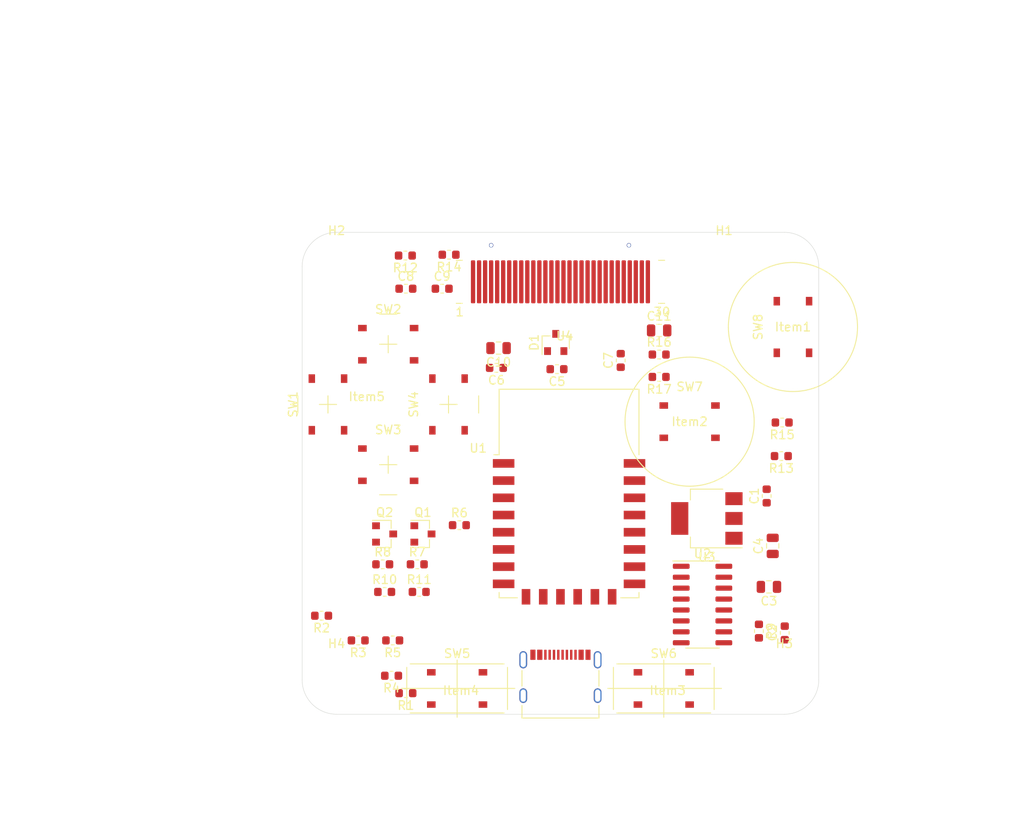
<source format=kicad_pcb>
(kicad_pcb (version 20171130) (host pcbnew 5.1.9-73d0e3b20d~88~ubuntu20.04.1)

  (general
    (thickness 1.6)
    (drawings 30)
    (tracks 0)
    (zones 0)
    (modules 53)
    (nets 38)
  )

  (page A4)
  (layers
    (0 F.Cu signal)
    (31 B.Cu signal)
    (32 B.Adhes user)
    (33 F.Adhes user)
    (34 B.Paste user)
    (35 F.Paste user)
    (36 B.SilkS user)
    (37 F.SilkS user hide)
    (38 B.Mask user)
    (39 F.Mask user)
    (40 Dwgs.User user)
    (41 Cmts.User user)
    (42 Eco1.User user)
    (43 Eco2.User user)
    (44 Edge.Cuts user)
    (45 Margin user)
    (46 B.CrtYd user)
    (47 F.CrtYd user)
    (48 B.Fab user)
    (49 F.Fab user)
  )

  (setup
    (last_trace_width 0.25)
    (trace_clearance 0.2)
    (zone_clearance 0.508)
    (zone_45_only no)
    (trace_min 0.2)
    (via_size 0.8)
    (via_drill 0.4)
    (via_min_size 0.4)
    (via_min_drill 0.3)
    (uvia_size 0.3)
    (uvia_drill 0.1)
    (uvias_allowed no)
    (uvia_min_size 0.2)
    (uvia_min_drill 0.1)
    (edge_width 0.05)
    (segment_width 0.2)
    (pcb_text_width 0.3)
    (pcb_text_size 1.5 1.5)
    (mod_edge_width 0.12)
    (mod_text_size 1 1)
    (mod_text_width 0.15)
    (pad_size 1.524 1.524)
    (pad_drill 0.762)
    (pad_to_mask_clearance 0.05)
    (aux_axis_origin 0 0)
    (grid_origin 111 124)
    (visible_elements FFFFF77F)
    (pcbplotparams
      (layerselection 0x010fc_ffffffff)
      (usegerberextensions false)
      (usegerberattributes true)
      (usegerberadvancedattributes true)
      (creategerberjobfile true)
      (excludeedgelayer true)
      (linewidth 0.300000)
      (plotframeref false)
      (viasonmask false)
      (mode 1)
      (useauxorigin false)
      (hpglpennumber 1)
      (hpglpenspeed 20)
      (hpglpendiameter 15.000000)
      (psnegative false)
      (psa4output false)
      (plotreference true)
      (plotvalue true)
      (plotinvisibletext false)
      (padsonsilk false)
      (subtractmaskfromsilk false)
      (outputformat 1)
      (mirror false)
      (drillshape 1)
      (scaleselection 1)
      (outputdirectory ""))
  )

  (net 0 "")
  (net 1 "Net-(C9-Pad1)")
  (net 2 +3V3)
  (net 3 "Net-(C11-Pad1)")
  (net 4 /USB/D-)
  (net 5 /USB/D+)
  (net 6 /USB/RxD)
  (net 7 /USB/TxD)
  (net 8 "Net-(C1-Pad1)")
  (net 9 "Net-(C3-Pad1)")
  (net 10 "Net-(C5-Pad1)")
  (net 11 "Net-(C6-Pad1)")
  (net 12 "Net-(D1-Pad1)")
  (net 13 "Net-(Q1-Pad1)")
  (net 14 "Net-(Q2-Pad1)")
  (net 15 "/OLED 128x64/SDA")
  (net 16 "/OLED 128x64/SCL")
  (net 17 "Net-(R9-Pad1)")
  (net 18 "Net-(R10-Pad1)")
  (net 19 "Net-(C8-Pad2)")
  (net 20 "Net-(C8-Pad1)")
  (net 21 "Net-(C9-Pad2)")
  (net 22 "Net-(C10-Pad1)")
  (net 23 /Auto-Reset/RTS)
  (net 24 /Auto-Reset/Reset)
  (net 25 /Auto-Reset/GPIO0)
  (net 26 /Auto-Reset/DTR)
  (net 27 "Net-(R1-Pad2)")
  (net 28 /Buttons/C0)
  (net 29 /Buttons/R0)
  (net 30 /Buttons/R1)
  (net 31 /Buttons/R2)
  (net 32 "Net-(R11-Pad2)")
  (net 33 "Net-(R16-Pad1)")
  (net 34 "Net-(R17-Pad2)")
  (net 35 /Buttons/C1)
  (net 36 /Buttons/C2)
  (net 37 GND)

  (net_class Default "This is the default net class."
    (clearance 0.2)
    (trace_width 0.25)
    (via_dia 0.8)
    (via_drill 0.4)
    (uvia_dia 0.3)
    (uvia_drill 0.1)
    (add_net +3V3)
    (add_net /Auto-Reset/DTR)
    (add_net /Auto-Reset/GPIO0)
    (add_net /Auto-Reset/RTS)
    (add_net /Auto-Reset/Reset)
    (add_net /Buttons/C0)
    (add_net /Buttons/C1)
    (add_net /Buttons/C2)
    (add_net /Buttons/R0)
    (add_net /Buttons/R1)
    (add_net /Buttons/R2)
    (add_net "/OLED 128x64/SCL")
    (add_net "/OLED 128x64/SDA")
    (add_net /USB/D+)
    (add_net /USB/D-)
    (add_net /USB/RxD)
    (add_net /USB/TxD)
    (add_net GND)
    (add_net "Net-(C1-Pad1)")
    (add_net "Net-(C10-Pad1)")
    (add_net "Net-(C11-Pad1)")
    (add_net "Net-(C3-Pad1)")
    (add_net "Net-(C5-Pad1)")
    (add_net "Net-(C6-Pad1)")
    (add_net "Net-(C8-Pad1)")
    (add_net "Net-(C8-Pad2)")
    (add_net "Net-(C9-Pad1)")
    (add_net "Net-(C9-Pad2)")
    (add_net "Net-(D1-Pad1)")
    (add_net "Net-(J1-PadA5)")
    (add_net "Net-(J1-PadA8)")
    (add_net "Net-(J1-PadB5)")
    (add_net "Net-(J1-PadB8)")
    (add_net "Net-(Q1-Pad1)")
    (add_net "Net-(Q2-Pad1)")
    (add_net "Net-(R1-Pad2)")
    (add_net "Net-(R10-Pad1)")
    (add_net "Net-(R11-Pad2)")
    (add_net "Net-(R16-Pad1)")
    (add_net "Net-(R17-Pad2)")
    (add_net "Net-(R9-Pad1)")
    (add_net "Net-(U1-Pad10)")
    (add_net "Net-(U1-Pad11)")
    (add_net "Net-(U1-Pad12)")
    (add_net "Net-(U1-Pad13)")
    (add_net "Net-(U1-Pad14)")
    (add_net "Net-(U1-Pad2)")
    (add_net "Net-(U1-Pad9)")
    (add_net "Net-(U2-Pad10)")
    (add_net "Net-(U2-Pad11)")
    (add_net "Net-(U2-Pad12)")
    (add_net "Net-(U2-Pad8)")
    (add_net "Net-(U2-Pad9)")
    (add_net "Net-(U4-Pad7)")
  )

  (module gamearino:Steuerkreuz_zeik (layer F.Cu) (tedit 604F55B0) (tstamp 604FD32B)
    (at 110 64)
    (path /60469ECB)
    (fp_text reference Item5 (at -2.5 -0.9) (layer F.SilkS)
      (effects (font (size 1 1) (thickness 0.15)))
    )
    (fp_text value "3D Druck: Steuerkreuz" (at 5.1 -1.1) (layer F.Fab)
      (effects (font (size 1 1) (thickness 0.15)))
    )
    (fp_line (start -10.5 -3.5) (end -3.5 -3.5) (layer F.Fab) (width 0.12))
    (fp_line (start -10.5 -3.5) (end -10.5 0) (layer F.Fab) (width 0.12))
    (fp_line (start -3.5 -3.5) (end -3.5 -10.5) (layer F.Fab) (width 0.12))
    (fp_line (start -3.5 -10.5) (end 0 -10.5) (layer F.Fab) (width 0.12))
    (fp_line (start -3.5 3.5) (end -10.5 3.5) (layer F.Fab) (width 0.12))
    (fp_line (start -3.5 10.5) (end 0 10.5) (layer F.Fab) (width 0.12))
    (fp_line (start -3.5 10.5) (end -3.5 3.5) (layer F.Fab) (width 0.12))
    (fp_line (start -10.5 3.5) (end -10.5 0) (layer F.Fab) (width 0.12))
    (fp_line (start 3.5 10.5) (end 0 10.5) (layer F.Fab) (width 0.12))
    (fp_line (start 10.5 3.5) (end 3.5 3.5) (layer F.Fab) (width 0.12))
    (fp_line (start 10.5 3.5) (end 10.5 0) (layer F.Fab) (width 0.12))
    (fp_line (start 3.5 3.5) (end 3.5 10.5) (layer F.Fab) (width 0.12))
    (fp_line (start 10.5 -3.5) (end 10.5 0) (layer F.Fab) (width 0.12))
    (fp_line (start 3.5 -10.5) (end 0 -10.5) (layer F.Fab) (width 0.12))
    (fp_line (start 3.5 -10.5) (end 3.5 -3.5) (layer F.Fab) (width 0.12))
    (fp_line (start 3.5 -3.5) (end 10.5 -3.5) (layer F.Fab) (width 0.12))
    (fp_line (start -7 -1) (end -7 1) (layer F.SilkS) (width 0.12))
    (fp_line (start -8 0) (end -6 0) (layer F.SilkS) (width 0.12))
    (fp_line (start 0 8) (end 0 6) (layer F.SilkS) (width 0.12))
    (fp_line (start -1 7) (end 1 7) (layer F.SilkS) (width 0.12))
    (fp_line (start 8 0) (end 6 0) (layer F.SilkS) (width 0.12))
    (fp_line (start 7 1) (end 7 -1) (layer F.SilkS) (width 0.12))
    (fp_line (start 1 -7) (end -1 -7) (layer F.SilkS) (width 0.12))
    (fp_line (start 0 -8) (end 0 -6) (layer F.SilkS) (width 0.12))
    (fp_line (start -1 -10.5) (end 1 -10.5) (layer F.SilkS) (width 0.12))
    (fp_line (start -10.5 1) (end -10.5 -1) (layer F.SilkS) (width 0.12))
    (fp_line (start 1 10.5) (end -1 10.5) (layer F.SilkS) (width 0.12))
    (fp_line (start 10.5 -1) (end 10.5 1) (layer F.SilkS) (width 0.12))
    (model ${KIPRJMOD}/3d/steuerkreuz_zeik.step
      (at (xyz 0 0 0))
      (scale (xyz 1 1 1))
      (rotate (xyz 0 0 0))
    )
  )

  (module gamearino:ABKnopf (layer F.Cu) (tedit 604604EB) (tstamp 604627F6)
    (at 145 66)
    (path /6046831B)
    (fp_text reference Item2 (at 0 0) (layer F.SilkS)
      (effects (font (size 1 1) (thickness 0.15)))
    )
    (fp_text value "3D Druck: Knopf B" (at 34 0 90) (layer F.Fab)
      (effects (font (size 1 1) (thickness 0.15)))
    )
    (fp_circle (center 0 0) (end 7.5 0) (layer F.Fab) (width 0.12))
    (fp_circle (center 0 0) (end 5.5 0) (layer F.Fab) (width 0.12))
    (fp_circle (center 0 0) (end 7.5 0) (layer F.SilkS) (width 0.12))
    (model "${KIPRJMOD}/3d/AB Knopf.step"
      (offset (xyz 0 0 1.7))
      (scale (xyz 1 1 1))
      (rotate (xyz 0 0 0))
    )
  )

  (module gamearino:ABKnopf (layer F.Cu) (tedit 604604EB) (tstamp 60462F1A)
    (at 157 55)
    (path /60467F30)
    (fp_text reference Item1 (at 0 0) (layer F.SilkS)
      (effects (font (size 1 1) (thickness 0.15)))
    )
    (fp_text value "3D Druck: Knopf A" (at 26 -1 90) (layer F.Fab)
      (effects (font (size 1 1) (thickness 0.15)))
    )
    (fp_circle (center 0 0) (end 7.5 0) (layer F.Fab) (width 0.12))
    (fp_circle (center 0 0) (end 5.5 0) (layer F.Fab) (width 0.12))
    (fp_circle (center 0 0) (end 7.5 0) (layer F.SilkS) (width 0.12))
    (model "${KIPRJMOD}/3d/AB Knopf.step"
      (offset (xyz 0 0 1.7))
      (scale (xyz 1 1 1))
      (rotate (xyz 0 0 0))
    )
  )

  (module gamearino:StartSelect (layer F.Cu) (tedit 6045F91C) (tstamp 6046282A)
    (at 118 97)
    (path /60468899)
    (fp_text reference Item4 (at 0.45 0.25) (layer F.SilkS)
      (effects (font (size 1 1) (thickness 0.15)))
    )
    (fp_text value "3D Druck: Knopf Select" (at 0.25 -4.25) (layer F.Fab)
      (effects (font (size 1 1) (thickness 0.15)))
    )
    (fp_line (start -5.45 -2.85) (end 5.45 -2.85) (layer F.Fab) (width 0.12))
    (fp_line (start -5.85 2.45) (end -5.85 -2.45) (layer F.Fab) (width 0.12))
    (fp_line (start -5.45 2.85) (end 5.45 2.85) (layer F.Fab) (width 0.12))
    (fp_line (start 5.85 2.45) (end 5.85 -2.45) (layer F.Fab) (width 0.12))
    (fp_line (start -4.549551 1.80006) (end 4.450525 1.800091) (layer F.Fab) (width 0.12))
    (fp_line (start -4.54906 -1.798758) (end 4.450806 -1.800105) (layer F.Fab) (width 0.12))
    (fp_line (start 4.750806 -1.500105) (end 4.750525 1.500091) (layer F.Fab) (width 0.12))
    (fp_line (start -4.84906 -1.498758) (end -4.849551 1.50006) (layer F.Fab) (width 0.12))
    (fp_line (start 0 -3.3) (end 0 3.35) (layer F.SilkS) (width 0.12))
    (fp_line (start -6.5 0) (end 6.7 0) (layer F.SilkS) (width 0.12))
    (fp_line (start -5.85 2.45) (end -5.85 -2.45) (layer F.SilkS) (width 0.12))
    (fp_line (start 5.85 2.45) (end 5.85 -2.45) (layer F.SilkS) (width 0.12))
    (fp_line (start -5.45 -2.85) (end 5.45 -2.85) (layer F.SilkS) (width 0.12))
    (fp_line (start -5.45 2.85) (end 5.45 2.85) (layer F.SilkS) (width 0.12))
    (fp_arc (start 4.450806 -1.500105) (end 4.750806 -1.500105) (angle -90) (layer F.Fab) (width 0.12))
    (fp_arc (start 4.450525 1.500091) (end 4.450525 1.800091) (angle -90) (layer F.Fab) (width 0.12))
    (fp_arc (start -4.549551 1.50006) (end -4.849551 1.50006) (angle -90) (layer F.Fab) (width 0.12))
    (fp_arc (start -4.54906 -1.498758) (end -4.54906 -1.798758) (angle -90) (layer F.Fab) (width 0.12))
    (fp_arc (start -5.45 -2.45) (end -5.45 -2.85) (angle -90) (layer F.Fab) (width 0.12))
    (fp_arc (start -5.45 2.45) (end -5.85 2.45) (angle -90) (layer F.Fab) (width 0.12))
    (fp_arc (start 5.45 2.45) (end 5.45 2.85) (angle -90) (layer F.Fab) (width 0.12))
    (fp_arc (start 5.45 -2.45) (end 5.85 -2.45) (angle -90) (layer F.Fab) (width 0.12))
    (model "${KIPRJMOD}/3d/StartSelect Knopf.step"
      (offset (xyz -10.75 -7.75 1.7))
      (scale (xyz 1 1 1))
      (rotate (xyz 0 0 90))
    )
  )

  (module gamearino:StartSelect (layer F.Cu) (tedit 6045F91C) (tstamp 60462810)
    (at 142 97)
    (path /6046859D)
    (fp_text reference Item3 (at 0.45 0.25) (layer F.SilkS)
      (effects (font (size 1 1) (thickness 0.15)))
    )
    (fp_text value "3D Druck: Knopf Start" (at 0.25 -4.25) (layer F.Fab)
      (effects (font (size 1 1) (thickness 0.15)))
    )
    (fp_line (start -5.45 -2.85) (end 5.45 -2.85) (layer F.Fab) (width 0.12))
    (fp_line (start -5.85 2.45) (end -5.85 -2.45) (layer F.Fab) (width 0.12))
    (fp_line (start -5.45 2.85) (end 5.45 2.85) (layer F.Fab) (width 0.12))
    (fp_line (start 5.85 2.45) (end 5.85 -2.45) (layer F.Fab) (width 0.12))
    (fp_line (start -4.549551 1.80006) (end 4.450525 1.800091) (layer F.Fab) (width 0.12))
    (fp_line (start -4.54906 -1.798758) (end 4.450806 -1.800105) (layer F.Fab) (width 0.12))
    (fp_line (start 4.750806 -1.500105) (end 4.750525 1.500091) (layer F.Fab) (width 0.12))
    (fp_line (start -4.84906 -1.498758) (end -4.849551 1.50006) (layer F.Fab) (width 0.12))
    (fp_line (start 0 -3.3) (end 0 3.35) (layer F.SilkS) (width 0.12))
    (fp_line (start -6.5 0) (end 6.7 0) (layer F.SilkS) (width 0.12))
    (fp_line (start -5.85 2.45) (end -5.85 -2.45) (layer F.SilkS) (width 0.12))
    (fp_line (start 5.85 2.45) (end 5.85 -2.45) (layer F.SilkS) (width 0.12))
    (fp_line (start -5.45 -2.85) (end 5.45 -2.85) (layer F.SilkS) (width 0.12))
    (fp_line (start -5.45 2.85) (end 5.45 2.85) (layer F.SilkS) (width 0.12))
    (fp_arc (start 4.450806 -1.500105) (end 4.750806 -1.500105) (angle -90) (layer F.Fab) (width 0.12))
    (fp_arc (start 4.450525 1.500091) (end 4.450525 1.800091) (angle -90) (layer F.Fab) (width 0.12))
    (fp_arc (start -4.549551 1.50006) (end -4.849551 1.50006) (angle -90) (layer F.Fab) (width 0.12))
    (fp_arc (start -4.54906 -1.498758) (end -4.54906 -1.798758) (angle -90) (layer F.Fab) (width 0.12))
    (fp_arc (start -5.45 -2.45) (end -5.45 -2.85) (angle -90) (layer F.Fab) (width 0.12))
    (fp_arc (start -5.45 2.45) (end -5.85 2.45) (angle -90) (layer F.Fab) (width 0.12))
    (fp_arc (start 5.45 2.45) (end 5.45 2.85) (angle -90) (layer F.Fab) (width 0.12))
    (fp_arc (start 5.45 -2.45) (end 5.85 -2.45) (angle -90) (layer F.Fab) (width 0.12))
    (model "${KIPRJMOD}/3d/StartSelect Knopf.step"
      (offset (xyz -10.75 -7.75 1.7))
      (scale (xyz 1 1 1))
      (rotate (xyz 0 0 90))
    )
  )

  (module MountingHole:MountingHole_3.2mm_M3 (layer F.Cu) (tedit 56D1B4CB) (tstamp 6046ADF0)
    (at 104 96)
    (descr "Mounting Hole 3.2mm, no annular, M3")
    (tags "mounting hole 3.2mm no annular m3")
    (path /6048AE0B)
    (attr virtual)
    (fp_text reference H4 (at 0 -4.2) (layer F.SilkS)
      (effects (font (size 1 1) (thickness 0.15)))
    )
    (fp_text value MountingHole (at 0 6) (layer F.Fab)
      (effects (font (size 1 1) (thickness 0.15)))
    )
    (fp_circle (center 0 0) (end 3.2 0) (layer Cmts.User) (width 0.15))
    (fp_circle (center 0 0) (end 3.45 0) (layer F.CrtYd) (width 0.05))
    (fp_text user %R (at 0.3 0) (layer F.Fab)
      (effects (font (size 1 1) (thickness 0.15)))
    )
    (pad 1 np_thru_hole circle (at 0 0) (size 3.2 3.2) (drill 3.2) (layers *.Cu *.Mask))
  )

  (module MountingHole:MountingHole_3.2mm_M3 (layer F.Cu) (tedit 56D1B4CB) (tstamp 6046ADE8)
    (at 156 96)
    (descr "Mounting Hole 3.2mm, no annular, M3")
    (tags "mounting hole 3.2mm no annular m3")
    (path /6048ACBF)
    (attr virtual)
    (fp_text reference H3 (at 0 -4.2) (layer F.SilkS)
      (effects (font (size 1 1) (thickness 0.15)))
    )
    (fp_text value MountingHole (at 0 9) (layer F.Fab)
      (effects (font (size 1 1) (thickness 0.15)))
    )
    (fp_circle (center 0 0) (end 3.2 0) (layer Cmts.User) (width 0.15))
    (fp_circle (center 0 0) (end 3.45 0) (layer F.CrtYd) (width 0.05))
    (fp_text user %R (at 0.3 0) (layer F.Fab)
      (effects (font (size 1 1) (thickness 0.15)))
    )
    (pad 1 np_thru_hole circle (at 0 0) (size 3.2 3.2) (drill 3.2) (layers *.Cu *.Mask))
  )

  (module MountingHole:MountingHole_3.2mm_M3 (layer F.Cu) (tedit 56D1B4CB) (tstamp 6046B4DF)
    (at 104 48)
    (descr "Mounting Hole 3.2mm, no annular, M3")
    (tags "mounting hole 3.2mm no annular m3")
    (path /6048AB39)
    (attr virtual)
    (fp_text reference H2 (at 0 -4.2) (layer F.SilkS)
      (effects (font (size 1 1) (thickness 0.15)))
    )
    (fp_text value MountingHole (at 0 4.2) (layer F.Fab)
      (effects (font (size 1 1) (thickness 0.15)))
    )
    (fp_circle (center 0 0) (end 3.2 0) (layer Cmts.User) (width 0.15))
    (fp_circle (center 0 0) (end 3.45 0) (layer F.CrtYd) (width 0.05))
    (fp_text user %R (at 0.3 0) (layer F.Fab)
      (effects (font (size 1 1) (thickness 0.15)))
    )
    (pad 1 np_thru_hole circle (at 0 0) (size 3.2 3.2) (drill 3.2) (layers *.Cu *.Mask))
  )

  (module MountingHole:MountingHole_3.2mm_M3 (layer F.Cu) (tedit 56D1B4CB) (tstamp 6046B4B1)
    (at 149 48)
    (descr "Mounting Hole 3.2mm, no annular, M3")
    (tags "mounting hole 3.2mm no annular m3")
    (path /6048A1E2)
    (attr virtual)
    (fp_text reference H1 (at 0 -4.2) (layer F.SilkS)
      (effects (font (size 1 1) (thickness 0.15)))
    )
    (fp_text value MountingHole (at 0 4.2) (layer F.Fab)
      (effects (font (size 1 1) (thickness 0.15)))
    )
    (fp_circle (center 0 0) (end 3.2 0) (layer Cmts.User) (width 0.15))
    (fp_circle (center 0 0) (end 3.45 0) (layer F.CrtYd) (width 0.05))
    (fp_text user %R (at 0.3 0) (layer F.Fab)
      (effects (font (size 1 1) (thickness 0.15)))
    )
    (pad 1 np_thru_hole circle (at 0 0) (size 3.2 3.2) (drill 3.2) (layers *.Cu *.Mask))
  )

  (module Capacitor_SMD:C_0805_2012Metric (layer F.Cu) (tedit 5B36C52B) (tstamp 603CA075)
    (at 154.2125 85.2 180)
    (descr "Capacitor SMD 0805 (2012 Metric), square (rectangular) end terminal, IPC_7351 nominal, (Body size source: https://docs.google.com/spreadsheets/d/1BsfQQcO9C6DZCsRaXUlFlo91Tg2WpOkGARC1WS5S8t0/edit?usp=sharing), generated with kicad-footprint-generator")
    (tags capacitor)
    (path /5F8D661A/5F92C552)
    (attr smd)
    (fp_text reference C3 (at 0 -1.65) (layer F.SilkS)
      (effects (font (size 1 1) (thickness 0.15)))
    )
    (fp_text value 10u/16V/X5R (at 0 1.65) (layer F.Fab)
      (effects (font (size 1 1) (thickness 0.15)))
    )
    (fp_line (start -1 0.6) (end -1 -0.6) (layer F.Fab) (width 0.1))
    (fp_line (start -1 -0.6) (end 1 -0.6) (layer F.Fab) (width 0.1))
    (fp_line (start 1 -0.6) (end 1 0.6) (layer F.Fab) (width 0.1))
    (fp_line (start 1 0.6) (end -1 0.6) (layer F.Fab) (width 0.1))
    (fp_line (start -0.258578 -0.71) (end 0.258578 -0.71) (layer F.SilkS) (width 0.12))
    (fp_line (start -0.258578 0.71) (end 0.258578 0.71) (layer F.SilkS) (width 0.12))
    (fp_line (start -1.68 0.95) (end -1.68 -0.95) (layer F.CrtYd) (width 0.05))
    (fp_line (start -1.68 -0.95) (end 1.68 -0.95) (layer F.CrtYd) (width 0.05))
    (fp_line (start 1.68 -0.95) (end 1.68 0.95) (layer F.CrtYd) (width 0.05))
    (fp_line (start 1.68 0.95) (end -1.68 0.95) (layer F.CrtYd) (width 0.05))
    (pad 2 smd roundrect (at 0.9375 0 180) (size 0.975 1.4) (layers F.Cu F.Paste F.Mask) (roundrect_rratio 0.25)
      (net 37 GND))
    (pad 1 smd roundrect (at -0.9375 0 180) (size 0.975 1.4) (layers F.Cu F.Paste F.Mask) (roundrect_rratio 0.25)
      (net 9 "Net-(C3-Pad1)"))
    (model ${KISYS3DMOD}/Capacitor_SMD.3dshapes/C_0805_2012Metric.wrl
      (at (xyz 0 0 0))
      (scale (xyz 1 1 1))
      (rotate (xyz 0 0 0))
    )
  )

  (module htl_smd:SW_Push_5.1mm_H1.5mm (layer F.Cu) (tedit 5F857B22) (tstamp 6045E2EB)
    (at 157 55 90)
    (descr "tactile push button, 6x6mm e.g. PTS645xx series, height=9.5mm")
    (tags "tact sw push 6mm smd")
    (path /603CE165/603D7C3B)
    (attr smd)
    (fp_text reference SW8 (at 0 -4.05 90) (layer F.SilkS)
      (effects (font (size 1 1) (thickness 0.15)))
    )
    (fp_text value A (at 0 4.15 90) (layer F.Fab)
      (effects (font (size 1 1) (thickness 0.15)))
    )
    (fp_line (start 3.7 2.7) (end 3.7 -2.7) (layer F.CrtYd) (width 0.05))
    (fp_line (start -3.7 2.7) (end 3.7 2.7) (layer F.CrtYd) (width 0.05))
    (fp_line (start -3.7 -2.7) (end 3.7 -2.7) (layer F.CrtYd) (width 0.05))
    (fp_circle (center 0 0) (end 1 0) (layer F.Fab) (width 0.1))
    (fp_line (start 2.5 -1.3) (end 2.5 1.3) (layer F.Fab) (width 0.12))
    (fp_line (start 1.3 -2.5) (end 2.5 -1.3) (layer F.Fab) (width 0.12))
    (fp_line (start -1.3 -2.5) (end 1.3 -2.5) (layer F.Fab) (width 0.12))
    (fp_line (start -2.5 -1.3) (end -1.3 -2.5) (layer F.Fab) (width 0.12))
    (fp_line (start -2.5 1.3) (end -2.5 -1.3) (layer F.Fab) (width 0.12))
    (fp_line (start -1.3 2.5) (end -2.5 1.3) (layer F.Fab) (width 0.12))
    (fp_line (start 1.3 2.5) (end -1.3 2.5) (layer F.Fab) (width 0.12))
    (fp_line (start 2.5 1.3) (end 1.3 2.5) (layer F.Fab) (width 0.12))
    (fp_line (start 1.7 -2.1) (end 3.3 -2.1) (layer F.Fab) (width 0.12))
    (fp_line (start 3.3 -2.1) (end 3.3 -1.6) (layer F.Fab) (width 0.12))
    (fp_line (start 3.3 -1.6) (end 2.2 -1.6) (layer F.Fab) (width 0.12))
    (fp_line (start 2.7 -2.1) (end 2.7 -1.6) (layer F.Fab) (width 0.12))
    (fp_line (start -3.3 2.1) (end -3.3 1.6) (layer F.Fab) (width 0.12))
    (fp_line (start -1.7 2.1) (end -3.3 2.1) (layer F.Fab) (width 0.12))
    (fp_line (start -3.3 1.6) (end -2.2 1.6) (layer F.Fab) (width 0.12))
    (fp_line (start -2.7 2.1) (end -2.7 1.6) (layer F.Fab) (width 0.12))
    (fp_line (start -3.3 -2.1) (end -3.3 -1.6) (layer F.Fab) (width 0.12))
    (fp_line (start -1.7 -2.1) (end -3.3 -2.1) (layer F.Fab) (width 0.12))
    (fp_line (start -3.3 -1.6) (end -2.2 -1.6) (layer F.Fab) (width 0.12))
    (fp_line (start -2.7 -2.1) (end -2.7 -1.6) (layer F.Fab) (width 0.12))
    (fp_line (start 3.3 1.6) (end 2.2 1.6) (layer F.Fab) (width 0.12))
    (fp_line (start 3.3 2.1) (end 3.3 1.6) (layer F.Fab) (width 0.12))
    (fp_line (start 2.7 2.1) (end 2.7 1.6) (layer F.Fab) (width 0.12))
    (fp_line (start 1.7 2.1) (end 3.3 2.1) (layer F.Fab) (width 0.12))
    (fp_line (start -3.7 -2.7) (end -3.7 2.7) (layer F.CrtYd) (width 0.05))
    (fp_text user %R (at 0 -4.05 90) (layer F.Fab)
      (effects (font (size 1 1) (thickness 0.15)))
    )
    (pad 1 smd rect (at 3 -1.875 90) (size 1 0.75) (layers F.Cu F.Paste F.Mask)
      (net 36 /Buttons/C2))
    (pad 2 smd rect (at -3 1.875 90) (size 1 0.75) (layers F.Cu F.Paste F.Mask)
      (net 29 /Buttons/R0))
    (pad 2 smd rect (at 3 1.875 90) (size 1 0.75) (layers F.Cu F.Paste F.Mask)
      (net 29 /Buttons/R0))
    (pad 1 smd rect (at -3 -1.875 90) (size 1 0.75) (layers F.Cu F.Paste F.Mask)
      (net 36 /Buttons/C2))
    (model ${HTL_LIB}/packages3d/Tactile_SMD_5.1x5.1mm_TS-1187A-B-A-B__C318884.STEP
      (at (xyz 0 0 0))
      (scale (xyz 1 1 1))
      (rotate (xyz 0 0 0))
    )
  )

  (module htl_smd:SW_Push_5.1mm_H1.5mm (layer F.Cu) (tedit 5F857B22) (tstamp 6045E2C5)
    (at 145 66)
    (descr "tactile push button, 6x6mm e.g. PTS645xx series, height=9.5mm")
    (tags "tact sw push 6mm smd")
    (path /603CE165/603D6F04)
    (attr smd)
    (fp_text reference SW7 (at 0 -4.05) (layer F.SilkS)
      (effects (font (size 1 1) (thickness 0.15)))
    )
    (fp_text value B (at 0 4.15) (layer F.Fab)
      (effects (font (size 1 1) (thickness 0.15)))
    )
    (fp_line (start 3.7 2.7) (end 3.7 -2.7) (layer F.CrtYd) (width 0.05))
    (fp_line (start -3.7 2.7) (end 3.7 2.7) (layer F.CrtYd) (width 0.05))
    (fp_line (start -3.7 -2.7) (end 3.7 -2.7) (layer F.CrtYd) (width 0.05))
    (fp_circle (center 0 0) (end 1 0) (layer F.Fab) (width 0.1))
    (fp_line (start 2.5 -1.3) (end 2.5 1.3) (layer F.Fab) (width 0.12))
    (fp_line (start 1.3 -2.5) (end 2.5 -1.3) (layer F.Fab) (width 0.12))
    (fp_line (start -1.3 -2.5) (end 1.3 -2.5) (layer F.Fab) (width 0.12))
    (fp_line (start -2.5 -1.3) (end -1.3 -2.5) (layer F.Fab) (width 0.12))
    (fp_line (start -2.5 1.3) (end -2.5 -1.3) (layer F.Fab) (width 0.12))
    (fp_line (start -1.3 2.5) (end -2.5 1.3) (layer F.Fab) (width 0.12))
    (fp_line (start 1.3 2.5) (end -1.3 2.5) (layer F.Fab) (width 0.12))
    (fp_line (start 2.5 1.3) (end 1.3 2.5) (layer F.Fab) (width 0.12))
    (fp_line (start 1.7 -2.1) (end 3.3 -2.1) (layer F.Fab) (width 0.12))
    (fp_line (start 3.3 -2.1) (end 3.3 -1.6) (layer F.Fab) (width 0.12))
    (fp_line (start 3.3 -1.6) (end 2.2 -1.6) (layer F.Fab) (width 0.12))
    (fp_line (start 2.7 -2.1) (end 2.7 -1.6) (layer F.Fab) (width 0.12))
    (fp_line (start -3.3 2.1) (end -3.3 1.6) (layer F.Fab) (width 0.12))
    (fp_line (start -1.7 2.1) (end -3.3 2.1) (layer F.Fab) (width 0.12))
    (fp_line (start -3.3 1.6) (end -2.2 1.6) (layer F.Fab) (width 0.12))
    (fp_line (start -2.7 2.1) (end -2.7 1.6) (layer F.Fab) (width 0.12))
    (fp_line (start -3.3 -2.1) (end -3.3 -1.6) (layer F.Fab) (width 0.12))
    (fp_line (start -1.7 -2.1) (end -3.3 -2.1) (layer F.Fab) (width 0.12))
    (fp_line (start -3.3 -1.6) (end -2.2 -1.6) (layer F.Fab) (width 0.12))
    (fp_line (start -2.7 -2.1) (end -2.7 -1.6) (layer F.Fab) (width 0.12))
    (fp_line (start 3.3 1.6) (end 2.2 1.6) (layer F.Fab) (width 0.12))
    (fp_line (start 3.3 2.1) (end 3.3 1.6) (layer F.Fab) (width 0.12))
    (fp_line (start 2.7 2.1) (end 2.7 1.6) (layer F.Fab) (width 0.12))
    (fp_line (start 1.7 2.1) (end 3.3 2.1) (layer F.Fab) (width 0.12))
    (fp_line (start -3.7 -2.7) (end -3.7 2.7) (layer F.CrtYd) (width 0.05))
    (fp_text user %R (at 0 -4.05) (layer F.Fab)
      (effects (font (size 1 1) (thickness 0.15)))
    )
    (pad 1 smd rect (at 3 -1.875) (size 1 0.75) (layers F.Cu F.Paste F.Mask)
      (net 36 /Buttons/C2))
    (pad 2 smd rect (at -3 1.875) (size 1 0.75) (layers F.Cu F.Paste F.Mask)
      (net 30 /Buttons/R1))
    (pad 2 smd rect (at 3 1.875) (size 1 0.75) (layers F.Cu F.Paste F.Mask)
      (net 30 /Buttons/R1))
    (pad 1 smd rect (at -3 -1.875) (size 1 0.75) (layers F.Cu F.Paste F.Mask)
      (net 36 /Buttons/C2))
    (model ${HTL_LIB}/packages3d/Tactile_SMD_5.1x5.1mm_TS-1187A-B-A-B__C318884.STEP
      (at (xyz 0 0 0))
      (scale (xyz 1 1 1))
      (rotate (xyz 0 0 0))
    )
  )

  (module htl_smd:SW_Push_5.1mm_H1.5mm (layer F.Cu) (tedit 5F857B22) (tstamp 6046BD6D)
    (at 142 97)
    (descr "tactile push button, 6x6mm e.g. PTS645xx series, height=9.5mm")
    (tags "tact sw push 6mm smd")
    (path /603CE165/6041FBD1)
    (attr smd)
    (fp_text reference SW6 (at 0 -4.05) (layer F.SilkS)
      (effects (font (size 1 1) (thickness 0.15)))
    )
    (fp_text value Start (at 0 4.15) (layer F.Fab)
      (effects (font (size 1 1) (thickness 0.15)))
    )
    (fp_line (start 3.7 2.7) (end 3.7 -2.7) (layer F.CrtYd) (width 0.05))
    (fp_line (start -3.7 2.7) (end 3.7 2.7) (layer F.CrtYd) (width 0.05))
    (fp_line (start -3.7 -2.7) (end 3.7 -2.7) (layer F.CrtYd) (width 0.05))
    (fp_circle (center 0 0) (end 1 0) (layer F.Fab) (width 0.1))
    (fp_line (start 2.5 -1.3) (end 2.5 1.3) (layer F.Fab) (width 0.12))
    (fp_line (start 1.3 -2.5) (end 2.5 -1.3) (layer F.Fab) (width 0.12))
    (fp_line (start -1.3 -2.5) (end 1.3 -2.5) (layer F.Fab) (width 0.12))
    (fp_line (start -2.5 -1.3) (end -1.3 -2.5) (layer F.Fab) (width 0.12))
    (fp_line (start -2.5 1.3) (end -2.5 -1.3) (layer F.Fab) (width 0.12))
    (fp_line (start -1.3 2.5) (end -2.5 1.3) (layer F.Fab) (width 0.12))
    (fp_line (start 1.3 2.5) (end -1.3 2.5) (layer F.Fab) (width 0.12))
    (fp_line (start 2.5 1.3) (end 1.3 2.5) (layer F.Fab) (width 0.12))
    (fp_line (start 1.7 -2.1) (end 3.3 -2.1) (layer F.Fab) (width 0.12))
    (fp_line (start 3.3 -2.1) (end 3.3 -1.6) (layer F.Fab) (width 0.12))
    (fp_line (start 3.3 -1.6) (end 2.2 -1.6) (layer F.Fab) (width 0.12))
    (fp_line (start 2.7 -2.1) (end 2.7 -1.6) (layer F.Fab) (width 0.12))
    (fp_line (start -3.3 2.1) (end -3.3 1.6) (layer F.Fab) (width 0.12))
    (fp_line (start -1.7 2.1) (end -3.3 2.1) (layer F.Fab) (width 0.12))
    (fp_line (start -3.3 1.6) (end -2.2 1.6) (layer F.Fab) (width 0.12))
    (fp_line (start -2.7 2.1) (end -2.7 1.6) (layer F.Fab) (width 0.12))
    (fp_line (start -3.3 -2.1) (end -3.3 -1.6) (layer F.Fab) (width 0.12))
    (fp_line (start -1.7 -2.1) (end -3.3 -2.1) (layer F.Fab) (width 0.12))
    (fp_line (start -3.3 -1.6) (end -2.2 -1.6) (layer F.Fab) (width 0.12))
    (fp_line (start -2.7 -2.1) (end -2.7 -1.6) (layer F.Fab) (width 0.12))
    (fp_line (start 3.3 1.6) (end 2.2 1.6) (layer F.Fab) (width 0.12))
    (fp_line (start 3.3 2.1) (end 3.3 1.6) (layer F.Fab) (width 0.12))
    (fp_line (start 2.7 2.1) (end 2.7 1.6) (layer F.Fab) (width 0.12))
    (fp_line (start 1.7 2.1) (end 3.3 2.1) (layer F.Fab) (width 0.12))
    (fp_line (start -3.7 -2.7) (end -3.7 2.7) (layer F.CrtYd) (width 0.05))
    (fp_text user %R (at 0 -4.05) (layer F.Fab)
      (effects (font (size 1 1) (thickness 0.15)))
    )
    (pad 1 smd rect (at 3 -1.875) (size 1 0.75) (layers F.Cu F.Paste F.Mask)
      (net 35 /Buttons/C1))
    (pad 2 smd rect (at -3 1.875) (size 1 0.75) (layers F.Cu F.Paste F.Mask)
      (net 30 /Buttons/R1))
    (pad 2 smd rect (at 3 1.875) (size 1 0.75) (layers F.Cu F.Paste F.Mask)
      (net 30 /Buttons/R1))
    (pad 1 smd rect (at -3 -1.875) (size 1 0.75) (layers F.Cu F.Paste F.Mask)
      (net 35 /Buttons/C1))
    (model ${HTL_LIB}/packages3d/Tactile_SMD_5.1x5.1mm_TS-1187A-B-A-B__C318884.STEP
      (at (xyz 0 0 0))
      (scale (xyz 1 1 1))
      (rotate (xyz 0 0 0))
    )
  )

  (module htl_smd:SW_Push_5.1mm_H1.5mm (layer F.Cu) (tedit 5F857B22) (tstamp 60466585)
    (at 118 97)
    (descr "tactile push button, 6x6mm e.g. PTS645xx series, height=9.5mm")
    (tags "tact sw push 6mm smd")
    (path /603CE165/603D6315)
    (attr smd)
    (fp_text reference SW5 (at 0 -4.05) (layer F.SilkS)
      (effects (font (size 1 1) (thickness 0.15)))
    )
    (fp_text value Select (at 0 4.15) (layer F.Fab)
      (effects (font (size 1 1) (thickness 0.15)))
    )
    (fp_line (start 3.7 2.7) (end 3.7 -2.7) (layer F.CrtYd) (width 0.05))
    (fp_line (start -3.7 2.7) (end 3.7 2.7) (layer F.CrtYd) (width 0.05))
    (fp_line (start -3.7 -2.7) (end 3.7 -2.7) (layer F.CrtYd) (width 0.05))
    (fp_circle (center 0 0) (end 1 0) (layer F.Fab) (width 0.1))
    (fp_line (start 2.5 -1.3) (end 2.5 1.3) (layer F.Fab) (width 0.12))
    (fp_line (start 1.3 -2.5) (end 2.5 -1.3) (layer F.Fab) (width 0.12))
    (fp_line (start -1.3 -2.5) (end 1.3 -2.5) (layer F.Fab) (width 0.12))
    (fp_line (start -2.5 -1.3) (end -1.3 -2.5) (layer F.Fab) (width 0.12))
    (fp_line (start -2.5 1.3) (end -2.5 -1.3) (layer F.Fab) (width 0.12))
    (fp_line (start -1.3 2.5) (end -2.5 1.3) (layer F.Fab) (width 0.12))
    (fp_line (start 1.3 2.5) (end -1.3 2.5) (layer F.Fab) (width 0.12))
    (fp_line (start 2.5 1.3) (end 1.3 2.5) (layer F.Fab) (width 0.12))
    (fp_line (start 1.7 -2.1) (end 3.3 -2.1) (layer F.Fab) (width 0.12))
    (fp_line (start 3.3 -2.1) (end 3.3 -1.6) (layer F.Fab) (width 0.12))
    (fp_line (start 3.3 -1.6) (end 2.2 -1.6) (layer F.Fab) (width 0.12))
    (fp_line (start 2.7 -2.1) (end 2.7 -1.6) (layer F.Fab) (width 0.12))
    (fp_line (start -3.3 2.1) (end -3.3 1.6) (layer F.Fab) (width 0.12))
    (fp_line (start -1.7 2.1) (end -3.3 2.1) (layer F.Fab) (width 0.12))
    (fp_line (start -3.3 1.6) (end -2.2 1.6) (layer F.Fab) (width 0.12))
    (fp_line (start -2.7 2.1) (end -2.7 1.6) (layer F.Fab) (width 0.12))
    (fp_line (start -3.3 -2.1) (end -3.3 -1.6) (layer F.Fab) (width 0.12))
    (fp_line (start -1.7 -2.1) (end -3.3 -2.1) (layer F.Fab) (width 0.12))
    (fp_line (start -3.3 -1.6) (end -2.2 -1.6) (layer F.Fab) (width 0.12))
    (fp_line (start -2.7 -2.1) (end -2.7 -1.6) (layer F.Fab) (width 0.12))
    (fp_line (start 3.3 1.6) (end 2.2 1.6) (layer F.Fab) (width 0.12))
    (fp_line (start 3.3 2.1) (end 3.3 1.6) (layer F.Fab) (width 0.12))
    (fp_line (start 2.7 2.1) (end 2.7 1.6) (layer F.Fab) (width 0.12))
    (fp_line (start 1.7 2.1) (end 3.3 2.1) (layer F.Fab) (width 0.12))
    (fp_line (start -3.7 -2.7) (end -3.7 2.7) (layer F.CrtYd) (width 0.05))
    (fp_text user %R (at 0 -4.05) (layer F.Fab)
      (effects (font (size 1 1) (thickness 0.15)))
    )
    (pad 1 smd rect (at 3 -1.875) (size 1 0.75) (layers F.Cu F.Paste F.Mask)
      (net 35 /Buttons/C1))
    (pad 2 smd rect (at -3 1.875) (size 1 0.75) (layers F.Cu F.Paste F.Mask)
      (net 29 /Buttons/R0))
    (pad 2 smd rect (at 3 1.875) (size 1 0.75) (layers F.Cu F.Paste F.Mask)
      (net 29 /Buttons/R0))
    (pad 1 smd rect (at -3 -1.875) (size 1 0.75) (layers F.Cu F.Paste F.Mask)
      (net 35 /Buttons/C1))
    (model ${HTL_LIB}/packages3d/Tactile_SMD_5.1x5.1mm_TS-1187A-B-A-B__C318884.STEP
      (at (xyz 0 0 0))
      (scale (xyz 1 1 1))
      (rotate (xyz 0 0 0))
    )
  )

  (module htl_smd:SW_Push_5.1mm_H1.5mm (layer F.Cu) (tedit 5F857B22) (tstamp 60469B79)
    (at 117 64 90)
    (descr "tactile push button, 6x6mm e.g. PTS645xx series, height=9.5mm")
    (tags "tact sw push 6mm smd")
    (path /603CE165/603D3ADD)
    (attr smd)
    (fp_text reference SW4 (at 0 -4.05 90) (layer F.SilkS)
      (effects (font (size 1 1) (thickness 0.15)))
    )
    (fp_text value Right (at 0 4.15 90) (layer F.Fab)
      (effects (font (size 1 1) (thickness 0.15)))
    )
    (fp_line (start 3.7 2.7) (end 3.7 -2.7) (layer F.CrtYd) (width 0.05))
    (fp_line (start -3.7 2.7) (end 3.7 2.7) (layer F.CrtYd) (width 0.05))
    (fp_line (start -3.7 -2.7) (end 3.7 -2.7) (layer F.CrtYd) (width 0.05))
    (fp_circle (center 0 0) (end 1 0) (layer F.Fab) (width 0.1))
    (fp_line (start 2.5 -1.3) (end 2.5 1.3) (layer F.Fab) (width 0.12))
    (fp_line (start 1.3 -2.5) (end 2.5 -1.3) (layer F.Fab) (width 0.12))
    (fp_line (start -1.3 -2.5) (end 1.3 -2.5) (layer F.Fab) (width 0.12))
    (fp_line (start -2.5 -1.3) (end -1.3 -2.5) (layer F.Fab) (width 0.12))
    (fp_line (start -2.5 1.3) (end -2.5 -1.3) (layer F.Fab) (width 0.12))
    (fp_line (start -1.3 2.5) (end -2.5 1.3) (layer F.Fab) (width 0.12))
    (fp_line (start 1.3 2.5) (end -1.3 2.5) (layer F.Fab) (width 0.12))
    (fp_line (start 2.5 1.3) (end 1.3 2.5) (layer F.Fab) (width 0.12))
    (fp_line (start 1.7 -2.1) (end 3.3 -2.1) (layer F.Fab) (width 0.12))
    (fp_line (start 3.3 -2.1) (end 3.3 -1.6) (layer F.Fab) (width 0.12))
    (fp_line (start 3.3 -1.6) (end 2.2 -1.6) (layer F.Fab) (width 0.12))
    (fp_line (start 2.7 -2.1) (end 2.7 -1.6) (layer F.Fab) (width 0.12))
    (fp_line (start -3.3 2.1) (end -3.3 1.6) (layer F.Fab) (width 0.12))
    (fp_line (start -1.7 2.1) (end -3.3 2.1) (layer F.Fab) (width 0.12))
    (fp_line (start -3.3 1.6) (end -2.2 1.6) (layer F.Fab) (width 0.12))
    (fp_line (start -2.7 2.1) (end -2.7 1.6) (layer F.Fab) (width 0.12))
    (fp_line (start -3.3 -2.1) (end -3.3 -1.6) (layer F.Fab) (width 0.12))
    (fp_line (start -1.7 -2.1) (end -3.3 -2.1) (layer F.Fab) (width 0.12))
    (fp_line (start -3.3 -1.6) (end -2.2 -1.6) (layer F.Fab) (width 0.12))
    (fp_line (start -2.7 -2.1) (end -2.7 -1.6) (layer F.Fab) (width 0.12))
    (fp_line (start 3.3 1.6) (end 2.2 1.6) (layer F.Fab) (width 0.12))
    (fp_line (start 3.3 2.1) (end 3.3 1.6) (layer F.Fab) (width 0.12))
    (fp_line (start 2.7 2.1) (end 2.7 1.6) (layer F.Fab) (width 0.12))
    (fp_line (start 1.7 2.1) (end 3.3 2.1) (layer F.Fab) (width 0.12))
    (fp_line (start -3.7 -2.7) (end -3.7 2.7) (layer F.CrtYd) (width 0.05))
    (fp_text user %R (at 0 -4.05 90) (layer F.Fab)
      (effects (font (size 1 1) (thickness 0.15)))
    )
    (pad 1 smd rect (at 3 -1.875 90) (size 1 0.75) (layers F.Cu F.Paste F.Mask)
      (net 35 /Buttons/C1))
    (pad 2 smd rect (at -3 1.875 90) (size 1 0.75) (layers F.Cu F.Paste F.Mask)
      (net 31 /Buttons/R2))
    (pad 2 smd rect (at 3 1.875 90) (size 1 0.75) (layers F.Cu F.Paste F.Mask)
      (net 31 /Buttons/R2))
    (pad 1 smd rect (at -3 -1.875 90) (size 1 0.75) (layers F.Cu F.Paste F.Mask)
      (net 35 /Buttons/C1))
    (model ${HTL_LIB}/packages3d/Tactile_SMD_5.1x5.1mm_TS-1187A-B-A-B__C318884.STEP
      (at (xyz 0 0 0))
      (scale (xyz 1 1 1))
      (rotate (xyz 0 0 0))
    )
  )

  (module htl_smd:SW_Push_5.1mm_H1.5mm (layer F.Cu) (tedit 5F857B22) (tstamp 6045E22D)
    (at 110 71)
    (descr "tactile push button, 6x6mm e.g. PTS645xx series, height=9.5mm")
    (tags "tact sw push 6mm smd")
    (path /603CE165/603D44C1)
    (attr smd)
    (fp_text reference SW3 (at 0 -4.05) (layer F.SilkS)
      (effects (font (size 1 1) (thickness 0.15)))
    )
    (fp_text value Down (at 0 4.15) (layer F.Fab)
      (effects (font (size 1 1) (thickness 0.15)))
    )
    (fp_line (start 3.7 2.7) (end 3.7 -2.7) (layer F.CrtYd) (width 0.05))
    (fp_line (start -3.7 2.7) (end 3.7 2.7) (layer F.CrtYd) (width 0.05))
    (fp_line (start -3.7 -2.7) (end 3.7 -2.7) (layer F.CrtYd) (width 0.05))
    (fp_circle (center 0 0) (end 1 0) (layer F.Fab) (width 0.1))
    (fp_line (start 2.5 -1.3) (end 2.5 1.3) (layer F.Fab) (width 0.12))
    (fp_line (start 1.3 -2.5) (end 2.5 -1.3) (layer F.Fab) (width 0.12))
    (fp_line (start -1.3 -2.5) (end 1.3 -2.5) (layer F.Fab) (width 0.12))
    (fp_line (start -2.5 -1.3) (end -1.3 -2.5) (layer F.Fab) (width 0.12))
    (fp_line (start -2.5 1.3) (end -2.5 -1.3) (layer F.Fab) (width 0.12))
    (fp_line (start -1.3 2.5) (end -2.5 1.3) (layer F.Fab) (width 0.12))
    (fp_line (start 1.3 2.5) (end -1.3 2.5) (layer F.Fab) (width 0.12))
    (fp_line (start 2.5 1.3) (end 1.3 2.5) (layer F.Fab) (width 0.12))
    (fp_line (start 1.7 -2.1) (end 3.3 -2.1) (layer F.Fab) (width 0.12))
    (fp_line (start 3.3 -2.1) (end 3.3 -1.6) (layer F.Fab) (width 0.12))
    (fp_line (start 3.3 -1.6) (end 2.2 -1.6) (layer F.Fab) (width 0.12))
    (fp_line (start 2.7 -2.1) (end 2.7 -1.6) (layer F.Fab) (width 0.12))
    (fp_line (start -3.3 2.1) (end -3.3 1.6) (layer F.Fab) (width 0.12))
    (fp_line (start -1.7 2.1) (end -3.3 2.1) (layer F.Fab) (width 0.12))
    (fp_line (start -3.3 1.6) (end -2.2 1.6) (layer F.Fab) (width 0.12))
    (fp_line (start -2.7 2.1) (end -2.7 1.6) (layer F.Fab) (width 0.12))
    (fp_line (start -3.3 -2.1) (end -3.3 -1.6) (layer F.Fab) (width 0.12))
    (fp_line (start -1.7 -2.1) (end -3.3 -2.1) (layer F.Fab) (width 0.12))
    (fp_line (start -3.3 -1.6) (end -2.2 -1.6) (layer F.Fab) (width 0.12))
    (fp_line (start -2.7 -2.1) (end -2.7 -1.6) (layer F.Fab) (width 0.12))
    (fp_line (start 3.3 1.6) (end 2.2 1.6) (layer F.Fab) (width 0.12))
    (fp_line (start 3.3 2.1) (end 3.3 1.6) (layer F.Fab) (width 0.12))
    (fp_line (start 2.7 2.1) (end 2.7 1.6) (layer F.Fab) (width 0.12))
    (fp_line (start 1.7 2.1) (end 3.3 2.1) (layer F.Fab) (width 0.12))
    (fp_line (start -3.7 -2.7) (end -3.7 2.7) (layer F.CrtYd) (width 0.05))
    (fp_text user %R (at 0 -4.05) (layer F.Fab)
      (effects (font (size 1 1) (thickness 0.15)))
    )
    (pad 1 smd rect (at 3 -1.875) (size 1 0.75) (layers F.Cu F.Paste F.Mask)
      (net 28 /Buttons/C0))
    (pad 2 smd rect (at -3 1.875) (size 1 0.75) (layers F.Cu F.Paste F.Mask)
      (net 31 /Buttons/R2))
    (pad 2 smd rect (at 3 1.875) (size 1 0.75) (layers F.Cu F.Paste F.Mask)
      (net 31 /Buttons/R2))
    (pad 1 smd rect (at -3 -1.875) (size 1 0.75) (layers F.Cu F.Paste F.Mask)
      (net 28 /Buttons/C0))
    (model ${HTL_LIB}/packages3d/Tactile_SMD_5.1x5.1mm_TS-1187A-B-A-B__C318884.STEP
      (at (xyz 0 0 0))
      (scale (xyz 1 1 1))
      (rotate (xyz 0 0 0))
    )
  )

  (module htl_smd:SW_Push_5.1mm_H1.5mm (layer F.Cu) (tedit 5F857B22) (tstamp 6045E207)
    (at 110 57)
    (descr "tactile push button, 6x6mm e.g. PTS645xx series, height=9.5mm")
    (tags "tact sw push 6mm smd")
    (path /603CE165/603CE9C4)
    (attr smd)
    (fp_text reference SW2 (at 0 -4.05) (layer F.SilkS)
      (effects (font (size 1 1) (thickness 0.15)))
    )
    (fp_text value Up (at 0 4.15) (layer F.Fab)
      (effects (font (size 1 1) (thickness 0.15)))
    )
    (fp_line (start 3.7 2.7) (end 3.7 -2.7) (layer F.CrtYd) (width 0.05))
    (fp_line (start -3.7 2.7) (end 3.7 2.7) (layer F.CrtYd) (width 0.05))
    (fp_line (start -3.7 -2.7) (end 3.7 -2.7) (layer F.CrtYd) (width 0.05))
    (fp_circle (center 0 0) (end 1 0) (layer F.Fab) (width 0.1))
    (fp_line (start 2.5 -1.3) (end 2.5 1.3) (layer F.Fab) (width 0.12))
    (fp_line (start 1.3 -2.5) (end 2.5 -1.3) (layer F.Fab) (width 0.12))
    (fp_line (start -1.3 -2.5) (end 1.3 -2.5) (layer F.Fab) (width 0.12))
    (fp_line (start -2.5 -1.3) (end -1.3 -2.5) (layer F.Fab) (width 0.12))
    (fp_line (start -2.5 1.3) (end -2.5 -1.3) (layer F.Fab) (width 0.12))
    (fp_line (start -1.3 2.5) (end -2.5 1.3) (layer F.Fab) (width 0.12))
    (fp_line (start 1.3 2.5) (end -1.3 2.5) (layer F.Fab) (width 0.12))
    (fp_line (start 2.5 1.3) (end 1.3 2.5) (layer F.Fab) (width 0.12))
    (fp_line (start 1.7 -2.1) (end 3.3 -2.1) (layer F.Fab) (width 0.12))
    (fp_line (start 3.3 -2.1) (end 3.3 -1.6) (layer F.Fab) (width 0.12))
    (fp_line (start 3.3 -1.6) (end 2.2 -1.6) (layer F.Fab) (width 0.12))
    (fp_line (start 2.7 -2.1) (end 2.7 -1.6) (layer F.Fab) (width 0.12))
    (fp_line (start -3.3 2.1) (end -3.3 1.6) (layer F.Fab) (width 0.12))
    (fp_line (start -1.7 2.1) (end -3.3 2.1) (layer F.Fab) (width 0.12))
    (fp_line (start -3.3 1.6) (end -2.2 1.6) (layer F.Fab) (width 0.12))
    (fp_line (start -2.7 2.1) (end -2.7 1.6) (layer F.Fab) (width 0.12))
    (fp_line (start -3.3 -2.1) (end -3.3 -1.6) (layer F.Fab) (width 0.12))
    (fp_line (start -1.7 -2.1) (end -3.3 -2.1) (layer F.Fab) (width 0.12))
    (fp_line (start -3.3 -1.6) (end -2.2 -1.6) (layer F.Fab) (width 0.12))
    (fp_line (start -2.7 -2.1) (end -2.7 -1.6) (layer F.Fab) (width 0.12))
    (fp_line (start 3.3 1.6) (end 2.2 1.6) (layer F.Fab) (width 0.12))
    (fp_line (start 3.3 2.1) (end 3.3 1.6) (layer F.Fab) (width 0.12))
    (fp_line (start 2.7 2.1) (end 2.7 1.6) (layer F.Fab) (width 0.12))
    (fp_line (start 1.7 2.1) (end 3.3 2.1) (layer F.Fab) (width 0.12))
    (fp_line (start -3.7 -2.7) (end -3.7 2.7) (layer F.CrtYd) (width 0.05))
    (fp_text user %R (at 0 -4.05) (layer F.Fab)
      (effects (font (size 1 1) (thickness 0.15)))
    )
    (pad 1 smd rect (at 3 -1.875) (size 1 0.75) (layers F.Cu F.Paste F.Mask)
      (net 28 /Buttons/C0))
    (pad 2 smd rect (at -3 1.875) (size 1 0.75) (layers F.Cu F.Paste F.Mask)
      (net 29 /Buttons/R0))
    (pad 2 smd rect (at 3 1.875) (size 1 0.75) (layers F.Cu F.Paste F.Mask)
      (net 29 /Buttons/R0))
    (pad 1 smd rect (at -3 -1.875) (size 1 0.75) (layers F.Cu F.Paste F.Mask)
      (net 28 /Buttons/C0))
    (model ${HTL_LIB}/packages3d/Tactile_SMD_5.1x5.1mm_TS-1187A-B-A-B__C318884.STEP
      (at (xyz 0 0 0))
      (scale (xyz 1 1 1))
      (rotate (xyz 0 0 0))
    )
  )

  (module htl_smd:SW_Push_5.1mm_H1.5mm (layer F.Cu) (tedit 5F857B22) (tstamp 60467A26)
    (at 103 64 90)
    (descr "tactile push button, 6x6mm e.g. PTS645xx series, height=9.5mm")
    (tags "tact sw push 6mm smd")
    (path /603CE165/603D2E45)
    (attr smd)
    (fp_text reference SW1 (at 0 -4.05 90) (layer F.SilkS)
      (effects (font (size 1 1) (thickness 0.15)))
    )
    (fp_text value Left (at 0 4.15 90) (layer F.Fab)
      (effects (font (size 1 1) (thickness 0.15)))
    )
    (fp_line (start 3.7 2.7) (end 3.7 -2.7) (layer F.CrtYd) (width 0.05))
    (fp_line (start -3.7 2.7) (end 3.7 2.7) (layer F.CrtYd) (width 0.05))
    (fp_line (start -3.7 -2.7) (end 3.7 -2.7) (layer F.CrtYd) (width 0.05))
    (fp_circle (center 0 0) (end 1 0) (layer F.Fab) (width 0.1))
    (fp_line (start 2.5 -1.3) (end 2.5 1.3) (layer F.Fab) (width 0.12))
    (fp_line (start 1.3 -2.5) (end 2.5 -1.3) (layer F.Fab) (width 0.12))
    (fp_line (start -1.3 -2.5) (end 1.3 -2.5) (layer F.Fab) (width 0.12))
    (fp_line (start -2.5 -1.3) (end -1.3 -2.5) (layer F.Fab) (width 0.12))
    (fp_line (start -2.5 1.3) (end -2.5 -1.3) (layer F.Fab) (width 0.12))
    (fp_line (start -1.3 2.5) (end -2.5 1.3) (layer F.Fab) (width 0.12))
    (fp_line (start 1.3 2.5) (end -1.3 2.5) (layer F.Fab) (width 0.12))
    (fp_line (start 2.5 1.3) (end 1.3 2.5) (layer F.Fab) (width 0.12))
    (fp_line (start 1.7 -2.1) (end 3.3 -2.1) (layer F.Fab) (width 0.12))
    (fp_line (start 3.3 -2.1) (end 3.3 -1.6) (layer F.Fab) (width 0.12))
    (fp_line (start 3.3 -1.6) (end 2.2 -1.6) (layer F.Fab) (width 0.12))
    (fp_line (start 2.7 -2.1) (end 2.7 -1.6) (layer F.Fab) (width 0.12))
    (fp_line (start -3.3 2.1) (end -3.3 1.6) (layer F.Fab) (width 0.12))
    (fp_line (start -1.7 2.1) (end -3.3 2.1) (layer F.Fab) (width 0.12))
    (fp_line (start -3.3 1.6) (end -2.2 1.6) (layer F.Fab) (width 0.12))
    (fp_line (start -2.7 2.1) (end -2.7 1.6) (layer F.Fab) (width 0.12))
    (fp_line (start -3.3 -2.1) (end -3.3 -1.6) (layer F.Fab) (width 0.12))
    (fp_line (start -1.7 -2.1) (end -3.3 -2.1) (layer F.Fab) (width 0.12))
    (fp_line (start -3.3 -1.6) (end -2.2 -1.6) (layer F.Fab) (width 0.12))
    (fp_line (start -2.7 -2.1) (end -2.7 -1.6) (layer F.Fab) (width 0.12))
    (fp_line (start 3.3 1.6) (end 2.2 1.6) (layer F.Fab) (width 0.12))
    (fp_line (start 3.3 2.1) (end 3.3 1.6) (layer F.Fab) (width 0.12))
    (fp_line (start 2.7 2.1) (end 2.7 1.6) (layer F.Fab) (width 0.12))
    (fp_line (start 1.7 2.1) (end 3.3 2.1) (layer F.Fab) (width 0.12))
    (fp_line (start -3.7 -2.7) (end -3.7 2.7) (layer F.CrtYd) (width 0.05))
    (fp_text user %R (at 0 -4.05 90) (layer F.Fab)
      (effects (font (size 1 1) (thickness 0.15)))
    )
    (pad 1 smd rect (at 3 -1.875 90) (size 1 0.75) (layers F.Cu F.Paste F.Mask)
      (net 28 /Buttons/C0))
    (pad 2 smd rect (at -3 1.875 90) (size 1 0.75) (layers F.Cu F.Paste F.Mask)
      (net 30 /Buttons/R1))
    (pad 2 smd rect (at 3 1.875 90) (size 1 0.75) (layers F.Cu F.Paste F.Mask)
      (net 30 /Buttons/R1))
    (pad 1 smd rect (at -3 -1.875 90) (size 1 0.75) (layers F.Cu F.Paste F.Mask)
      (net 28 /Buttons/C0))
    (model ${HTL_LIB}/packages3d/Tactile_SMD_5.1x5.1mm_TS-1187A-B-A-B__C318884.STEP
      (at (xyz 0 0 0))
      (scale (xyz 1 1 1))
      (rotate (xyz 0 0 0))
    )
  )

  (module Resistor_SMD:R_0603_1608Metric (layer F.Cu) (tedit 5B301BBD) (tstamp 60469FF4)
    (at 113.595001 85.785001)
    (descr "Resistor SMD 0603 (1608 Metric), square (rectangular) end terminal, IPC_7351 nominal, (Body size source: http://www.tortai-tech.com/upload/download/2011102023233369053.pdf), generated with kicad-footprint-generator")
    (tags resistor)
    (path /5F8D661A/6040C811)
    (attr smd)
    (fp_text reference R11 (at 0 -1.43) (layer F.SilkS)
      (effects (font (size 1 1) (thickness 0.15)))
    )
    (fp_text value 100R (at 0 1.43) (layer F.Fab)
      (effects (font (size 1 1) (thickness 0.15)))
    )
    (fp_line (start -0.8 0.4) (end -0.8 -0.4) (layer F.Fab) (width 0.1))
    (fp_line (start -0.8 -0.4) (end 0.8 -0.4) (layer F.Fab) (width 0.1))
    (fp_line (start 0.8 -0.4) (end 0.8 0.4) (layer F.Fab) (width 0.1))
    (fp_line (start 0.8 0.4) (end -0.8 0.4) (layer F.Fab) (width 0.1))
    (fp_line (start -0.162779 -0.51) (end 0.162779 -0.51) (layer F.SilkS) (width 0.12))
    (fp_line (start -0.162779 0.51) (end 0.162779 0.51) (layer F.SilkS) (width 0.12))
    (fp_line (start -1.48 0.73) (end -1.48 -0.73) (layer F.CrtYd) (width 0.05))
    (fp_line (start -1.48 -0.73) (end 1.48 -0.73) (layer F.CrtYd) (width 0.05))
    (fp_line (start 1.48 -0.73) (end 1.48 0.73) (layer F.CrtYd) (width 0.05))
    (fp_line (start 1.48 0.73) (end -1.48 0.73) (layer F.CrtYd) (width 0.05))
    (fp_text user %R (at 0 0) (layer F.Fab)
      (effects (font (size 0.4 0.4) (thickness 0.06)))
    )
    (pad 2 smd roundrect (at 0.7875 0) (size 0.875 0.95) (layers F.Cu F.Paste F.Mask) (roundrect_rratio 0.25)
      (net 32 "Net-(R11-Pad2)"))
    (pad 1 smd roundrect (at -0.7875 0) (size 0.875 0.95) (layers F.Cu F.Paste F.Mask) (roundrect_rratio 0.25)
      (net 6 /USB/RxD))
    (model ${KISYS3DMOD}/Resistor_SMD.3dshapes/R_0603_1608Metric.wrl
      (at (xyz 0 0 0))
      (scale (xyz 1 1 1))
      (rotate (xyz 0 0 0))
    )
  )

  (module Resistor_SMD:R_0603_1608Metric (layer F.Cu) (tedit 5B301BBD) (tstamp 6046A024)
    (at 109.585001 85.785001)
    (descr "Resistor SMD 0603 (1608 Metric), square (rectangular) end terminal, IPC_7351 nominal, (Body size source: http://www.tortai-tech.com/upload/download/2011102023233369053.pdf), generated with kicad-footprint-generator")
    (tags resistor)
    (path /5F8D661A/6040C49F)
    (attr smd)
    (fp_text reference R10 (at 0 -1.43) (layer F.SilkS)
      (effects (font (size 1 1) (thickness 0.15)))
    )
    (fp_text value 100R (at 0 1.43) (layer F.Fab)
      (effects (font (size 1 1) (thickness 0.15)))
    )
    (fp_line (start -0.8 0.4) (end -0.8 -0.4) (layer F.Fab) (width 0.1))
    (fp_line (start -0.8 -0.4) (end 0.8 -0.4) (layer F.Fab) (width 0.1))
    (fp_line (start 0.8 -0.4) (end 0.8 0.4) (layer F.Fab) (width 0.1))
    (fp_line (start 0.8 0.4) (end -0.8 0.4) (layer F.Fab) (width 0.1))
    (fp_line (start -0.162779 -0.51) (end 0.162779 -0.51) (layer F.SilkS) (width 0.12))
    (fp_line (start -0.162779 0.51) (end 0.162779 0.51) (layer F.SilkS) (width 0.12))
    (fp_line (start -1.48 0.73) (end -1.48 -0.73) (layer F.CrtYd) (width 0.05))
    (fp_line (start -1.48 -0.73) (end 1.48 -0.73) (layer F.CrtYd) (width 0.05))
    (fp_line (start 1.48 -0.73) (end 1.48 0.73) (layer F.CrtYd) (width 0.05))
    (fp_line (start 1.48 0.73) (end -1.48 0.73) (layer F.CrtYd) (width 0.05))
    (fp_text user %R (at 0 0) (layer F.Fab)
      (effects (font (size 0.4 0.4) (thickness 0.06)))
    )
    (pad 2 smd roundrect (at 0.7875 0) (size 0.875 0.95) (layers F.Cu F.Paste F.Mask) (roundrect_rratio 0.25)
      (net 7 /USB/TxD))
    (pad 1 smd roundrect (at -0.7875 0) (size 0.875 0.95) (layers F.Cu F.Paste F.Mask) (roundrect_rratio 0.25)
      (net 18 "Net-(R10-Pad1)"))
    (model ${KISYS3DMOD}/Resistor_SMD.3dshapes/R_0603_1608Metric.wrl
      (at (xyz 0 0 0))
      (scale (xyz 1 1 1))
      (rotate (xyz 0 0 0))
    )
  )

  (module Resistor_SMD:R_0603_1608Metric (layer F.Cu) (tedit 5B301BBD) (tstamp 60469E4C)
    (at 109.360001 82.580001)
    (descr "Resistor SMD 0603 (1608 Metric), square (rectangular) end terminal, IPC_7351 nominal, (Body size source: http://www.tortai-tech.com/upload/download/2011102023233369053.pdf), generated with kicad-footprint-generator")
    (tags resistor)
    (path /603FCB6F/603FFF23)
    (attr smd)
    (fp_text reference R8 (at 0 -1.43) (layer F.SilkS)
      (effects (font (size 1 1) (thickness 0.15)))
    )
    (fp_text value 4k7 (at 0 1.43) (layer F.Fab)
      (effects (font (size 1 1) (thickness 0.15)))
    )
    (fp_line (start -0.8 0.4) (end -0.8 -0.4) (layer F.Fab) (width 0.1))
    (fp_line (start -0.8 -0.4) (end 0.8 -0.4) (layer F.Fab) (width 0.1))
    (fp_line (start 0.8 -0.4) (end 0.8 0.4) (layer F.Fab) (width 0.1))
    (fp_line (start 0.8 0.4) (end -0.8 0.4) (layer F.Fab) (width 0.1))
    (fp_line (start -0.162779 -0.51) (end 0.162779 -0.51) (layer F.SilkS) (width 0.12))
    (fp_line (start -0.162779 0.51) (end 0.162779 0.51) (layer F.SilkS) (width 0.12))
    (fp_line (start -1.48 0.73) (end -1.48 -0.73) (layer F.CrtYd) (width 0.05))
    (fp_line (start -1.48 -0.73) (end 1.48 -0.73) (layer F.CrtYd) (width 0.05))
    (fp_line (start 1.48 -0.73) (end 1.48 0.73) (layer F.CrtYd) (width 0.05))
    (fp_line (start 1.48 0.73) (end -1.48 0.73) (layer F.CrtYd) (width 0.05))
    (fp_text user %R (at 0 0) (layer F.Fab)
      (effects (font (size 0.4 0.4) (thickness 0.06)))
    )
    (pad 2 smd roundrect (at 0.7875 0) (size 0.875 0.95) (layers F.Cu F.Paste F.Mask) (roundrect_rratio 0.25)
      (net 25 /Auto-Reset/GPIO0))
    (pad 1 smd roundrect (at -0.7875 0) (size 0.875 0.95) (layers F.Cu F.Paste F.Mask) (roundrect_rratio 0.25)
      (net 2 +3V3))
    (model ${KISYS3DMOD}/Resistor_SMD.3dshapes/R_0603_1608Metric.wrl
      (at (xyz 0 0 0))
      (scale (xyz 1 1 1))
      (rotate (xyz 0 0 0))
    )
  )

  (module Resistor_SMD:R_0603_1608Metric (layer F.Cu) (tedit 5B301BBD) (tstamp 6046A054)
    (at 113.370001 82.580001)
    (descr "Resistor SMD 0603 (1608 Metric), square (rectangular) end terminal, IPC_7351 nominal, (Body size source: http://www.tortai-tech.com/upload/download/2011102023233369053.pdf), generated with kicad-footprint-generator")
    (tags resistor)
    (path /603FCB6F/603FFF33)
    (attr smd)
    (fp_text reference R7 (at 0 -1.43) (layer F.SilkS)
      (effects (font (size 1 1) (thickness 0.15)))
    )
    (fp_text value 10k (at 0 1.43) (layer F.Fab)
      (effects (font (size 1 1) (thickness 0.15)))
    )
    (fp_line (start -0.8 0.4) (end -0.8 -0.4) (layer F.Fab) (width 0.1))
    (fp_line (start -0.8 -0.4) (end 0.8 -0.4) (layer F.Fab) (width 0.1))
    (fp_line (start 0.8 -0.4) (end 0.8 0.4) (layer F.Fab) (width 0.1))
    (fp_line (start 0.8 0.4) (end -0.8 0.4) (layer F.Fab) (width 0.1))
    (fp_line (start -0.162779 -0.51) (end 0.162779 -0.51) (layer F.SilkS) (width 0.12))
    (fp_line (start -0.162779 0.51) (end 0.162779 0.51) (layer F.SilkS) (width 0.12))
    (fp_line (start -1.48 0.73) (end -1.48 -0.73) (layer F.CrtYd) (width 0.05))
    (fp_line (start -1.48 -0.73) (end 1.48 -0.73) (layer F.CrtYd) (width 0.05))
    (fp_line (start 1.48 -0.73) (end 1.48 0.73) (layer F.CrtYd) (width 0.05))
    (fp_line (start 1.48 0.73) (end -1.48 0.73) (layer F.CrtYd) (width 0.05))
    (fp_text user %R (at 0 0) (layer F.Fab)
      (effects (font (size 0.4 0.4) (thickness 0.06)))
    )
    (pad 2 smd roundrect (at 0.7875 0) (size 0.875 0.95) (layers F.Cu F.Paste F.Mask) (roundrect_rratio 0.25)
      (net 23 /Auto-Reset/RTS))
    (pad 1 smd roundrect (at -0.7875 0) (size 0.875 0.95) (layers F.Cu F.Paste F.Mask) (roundrect_rratio 0.25)
      (net 14 "Net-(Q2-Pad1)"))
    (model ${KISYS3DMOD}/Resistor_SMD.3dshapes/R_0603_1608Metric.wrl
      (at (xyz 0 0 0))
      (scale (xyz 1 1 1))
      (rotate (xyz 0 0 0))
    )
  )

  (module Resistor_SMD:R_0603_1608Metric (layer F.Cu) (tedit 5B301BBD) (tstamp 6046A084)
    (at 118.260001 78.030001)
    (descr "Resistor SMD 0603 (1608 Metric), square (rectangular) end terminal, IPC_7351 nominal, (Body size source: http://www.tortai-tech.com/upload/download/2011102023233369053.pdf), generated with kicad-footprint-generator")
    (tags resistor)
    (path /603FCB6F/603FFF45)
    (attr smd)
    (fp_text reference R6 (at 0 -1.43) (layer F.SilkS)
      (effects (font (size 1 1) (thickness 0.15)))
    )
    (fp_text value 10k (at 0 1.43) (layer F.Fab)
      (effects (font (size 1 1) (thickness 0.15)))
    )
    (fp_line (start -0.8 0.4) (end -0.8 -0.4) (layer F.Fab) (width 0.1))
    (fp_line (start -0.8 -0.4) (end 0.8 -0.4) (layer F.Fab) (width 0.1))
    (fp_line (start 0.8 -0.4) (end 0.8 0.4) (layer F.Fab) (width 0.1))
    (fp_line (start 0.8 0.4) (end -0.8 0.4) (layer F.Fab) (width 0.1))
    (fp_line (start -0.162779 -0.51) (end 0.162779 -0.51) (layer F.SilkS) (width 0.12))
    (fp_line (start -0.162779 0.51) (end 0.162779 0.51) (layer F.SilkS) (width 0.12))
    (fp_line (start -1.48 0.73) (end -1.48 -0.73) (layer F.CrtYd) (width 0.05))
    (fp_line (start -1.48 -0.73) (end 1.48 -0.73) (layer F.CrtYd) (width 0.05))
    (fp_line (start 1.48 -0.73) (end 1.48 0.73) (layer F.CrtYd) (width 0.05))
    (fp_line (start 1.48 0.73) (end -1.48 0.73) (layer F.CrtYd) (width 0.05))
    (fp_text user %R (at 0 0) (layer F.Fab)
      (effects (font (size 0.4 0.4) (thickness 0.06)))
    )
    (pad 2 smd roundrect (at 0.7875 0) (size 0.875 0.95) (layers F.Cu F.Paste F.Mask) (roundrect_rratio 0.25)
      (net 26 /Auto-Reset/DTR))
    (pad 1 smd roundrect (at -0.7875 0) (size 0.875 0.95) (layers F.Cu F.Paste F.Mask) (roundrect_rratio 0.25)
      (net 13 "Net-(Q1-Pad1)"))
    (model ${KISYS3DMOD}/Resistor_SMD.3dshapes/R_0603_1608Metric.wrl
      (at (xyz 0 0 0))
      (scale (xyz 1 1 1))
      (rotate (xyz 0 0 0))
    )
  )

  (module Resistor_SMD:R_0603_1608Metric (layer F.Cu) (tedit 5B301BBD) (tstamp 6045E0F6)
    (at 110.519999 91.419999 180)
    (descr "Resistor SMD 0603 (1608 Metric), square (rectangular) end terminal, IPC_7351 nominal, (Body size source: http://www.tortai-tech.com/upload/download/2011102023233369053.pdf), generated with kicad-footprint-generator")
    (tags resistor)
    (path /603CE165/603D7C41)
    (attr smd)
    (fp_text reference R5 (at 0 -1.43) (layer F.SilkS)
      (effects (font (size 1 1) (thickness 0.15)))
    )
    (fp_text value 10k (at 0 1.43) (layer F.Fab)
      (effects (font (size 1 1) (thickness 0.15)))
    )
    (fp_line (start -0.8 0.4) (end -0.8 -0.4) (layer F.Fab) (width 0.1))
    (fp_line (start -0.8 -0.4) (end 0.8 -0.4) (layer F.Fab) (width 0.1))
    (fp_line (start 0.8 -0.4) (end 0.8 0.4) (layer F.Fab) (width 0.1))
    (fp_line (start 0.8 0.4) (end -0.8 0.4) (layer F.Fab) (width 0.1))
    (fp_line (start -0.162779 -0.51) (end 0.162779 -0.51) (layer F.SilkS) (width 0.12))
    (fp_line (start -0.162779 0.51) (end 0.162779 0.51) (layer F.SilkS) (width 0.12))
    (fp_line (start -1.48 0.73) (end -1.48 -0.73) (layer F.CrtYd) (width 0.05))
    (fp_line (start -1.48 -0.73) (end 1.48 -0.73) (layer F.CrtYd) (width 0.05))
    (fp_line (start 1.48 -0.73) (end 1.48 0.73) (layer F.CrtYd) (width 0.05))
    (fp_line (start 1.48 0.73) (end -1.48 0.73) (layer F.CrtYd) (width 0.05))
    (fp_text user %R (at 0 0) (layer F.Fab)
      (effects (font (size 0.4 0.4) (thickness 0.06)))
    )
    (pad 2 smd roundrect (at 0.7875 0 180) (size 0.875 0.95) (layers F.Cu F.Paste F.Mask) (roundrect_rratio 0.25)
      (net 31 /Buttons/R2))
    (pad 1 smd roundrect (at -0.7875 0 180) (size 0.875 0.95) (layers F.Cu F.Paste F.Mask) (roundrect_rratio 0.25)
      (net 2 +3V3))
    (model ${KISYS3DMOD}/Resistor_SMD.3dshapes/R_0603_1608Metric.wrl
      (at (xyz 0 0 0))
      (scale (xyz 1 1 1))
      (rotate (xyz 0 0 0))
    )
  )

  (module Resistor_SMD:R_0603_1608Metric (layer F.Cu) (tedit 5B301BBD) (tstamp 60468AAD)
    (at 110.3875 95.525 180)
    (descr "Resistor SMD 0603 (1608 Metric), square (rectangular) end terminal, IPC_7351 nominal, (Body size source: http://www.tortai-tech.com/upload/download/2011102023233369053.pdf), generated with kicad-footprint-generator")
    (tags resistor)
    (path /603CE165/603D6F0A)
    (attr smd)
    (fp_text reference R4 (at 0 -1.43) (layer F.SilkS)
      (effects (font (size 1 1) (thickness 0.15)))
    )
    (fp_text value 10k (at 0 1.43) (layer F.Fab)
      (effects (font (size 1 1) (thickness 0.15)))
    )
    (fp_line (start -0.8 0.4) (end -0.8 -0.4) (layer F.Fab) (width 0.1))
    (fp_line (start -0.8 -0.4) (end 0.8 -0.4) (layer F.Fab) (width 0.1))
    (fp_line (start 0.8 -0.4) (end 0.8 0.4) (layer F.Fab) (width 0.1))
    (fp_line (start 0.8 0.4) (end -0.8 0.4) (layer F.Fab) (width 0.1))
    (fp_line (start -0.162779 -0.51) (end 0.162779 -0.51) (layer F.SilkS) (width 0.12))
    (fp_line (start -0.162779 0.51) (end 0.162779 0.51) (layer F.SilkS) (width 0.12))
    (fp_line (start -1.48 0.73) (end -1.48 -0.73) (layer F.CrtYd) (width 0.05))
    (fp_line (start -1.48 -0.73) (end 1.48 -0.73) (layer F.CrtYd) (width 0.05))
    (fp_line (start 1.48 -0.73) (end 1.48 0.73) (layer F.CrtYd) (width 0.05))
    (fp_line (start 1.48 0.73) (end -1.48 0.73) (layer F.CrtYd) (width 0.05))
    (fp_text user %R (at 0 0) (layer F.Fab)
      (effects (font (size 0.4 0.4) (thickness 0.06)))
    )
    (pad 2 smd roundrect (at 0.7875 0 180) (size 0.875 0.95) (layers F.Cu F.Paste F.Mask) (roundrect_rratio 0.25)
      (net 30 /Buttons/R1))
    (pad 1 smd roundrect (at -0.7875 0 180) (size 0.875 0.95) (layers F.Cu F.Paste F.Mask) (roundrect_rratio 0.25)
      (net 2 +3V3))
    (model ${KISYS3DMOD}/Resistor_SMD.3dshapes/R_0603_1608Metric.wrl
      (at (xyz 0 0 0))
      (scale (xyz 1 1 1))
      (rotate (xyz 0 0 0))
    )
  )

  (module Resistor_SMD:R_0603_1608Metric (layer F.Cu) (tedit 5B301BBD) (tstamp 6045E0D4)
    (at 106.509999 91.419999 180)
    (descr "Resistor SMD 0603 (1608 Metric), square (rectangular) end terminal, IPC_7351 nominal, (Body size source: http://www.tortai-tech.com/upload/download/2011102023233369053.pdf), generated with kicad-footprint-generator")
    (tags resistor)
    (path /603CE165/603D526A)
    (attr smd)
    (fp_text reference R3 (at 0 -1.43) (layer F.SilkS)
      (effects (font (size 1 1) (thickness 0.15)))
    )
    (fp_text value 10k (at 0 1.43) (layer F.Fab)
      (effects (font (size 1 1) (thickness 0.15)))
    )
    (fp_line (start -0.8 0.4) (end -0.8 -0.4) (layer F.Fab) (width 0.1))
    (fp_line (start -0.8 -0.4) (end 0.8 -0.4) (layer F.Fab) (width 0.1))
    (fp_line (start 0.8 -0.4) (end 0.8 0.4) (layer F.Fab) (width 0.1))
    (fp_line (start 0.8 0.4) (end -0.8 0.4) (layer F.Fab) (width 0.1))
    (fp_line (start -0.162779 -0.51) (end 0.162779 -0.51) (layer F.SilkS) (width 0.12))
    (fp_line (start -0.162779 0.51) (end 0.162779 0.51) (layer F.SilkS) (width 0.12))
    (fp_line (start -1.48 0.73) (end -1.48 -0.73) (layer F.CrtYd) (width 0.05))
    (fp_line (start -1.48 -0.73) (end 1.48 -0.73) (layer F.CrtYd) (width 0.05))
    (fp_line (start 1.48 -0.73) (end 1.48 0.73) (layer F.CrtYd) (width 0.05))
    (fp_line (start 1.48 0.73) (end -1.48 0.73) (layer F.CrtYd) (width 0.05))
    (fp_text user %R (at 0 0) (layer F.Fab)
      (effects (font (size 0.4 0.4) (thickness 0.06)))
    )
    (pad 2 smd roundrect (at 0.7875 0 180) (size 0.875 0.95) (layers F.Cu F.Paste F.Mask) (roundrect_rratio 0.25)
      (net 29 /Buttons/R0))
    (pad 1 smd roundrect (at -0.7875 0 180) (size 0.875 0.95) (layers F.Cu F.Paste F.Mask) (roundrect_rratio 0.25)
      (net 2 +3V3))
    (model ${KISYS3DMOD}/Resistor_SMD.3dshapes/R_0603_1608Metric.wrl
      (at (xyz 0 0 0))
      (scale (xyz 1 1 1))
      (rotate (xyz 0 0 0))
    )
  )

  (module Resistor_SMD:R_0603_1608Metric (layer F.Cu) (tedit 5B301BBD) (tstamp 6045E0C3)
    (at 102.2625 88.55 180)
    (descr "Resistor SMD 0603 (1608 Metric), square (rectangular) end terminal, IPC_7351 nominal, (Body size source: http://www.tortai-tech.com/upload/download/2011102023233369053.pdf), generated with kicad-footprint-generator")
    (tags resistor)
    (path /6040DF5C)
    (attr smd)
    (fp_text reference R2 (at 0 -1.43) (layer F.SilkS)
      (effects (font (size 1 1) (thickness 0.15)))
    )
    (fp_text value 10k (at 0 1.43) (layer F.Fab)
      (effects (font (size 1 1) (thickness 0.15)))
    )
    (fp_line (start -0.8 0.4) (end -0.8 -0.4) (layer F.Fab) (width 0.1))
    (fp_line (start -0.8 -0.4) (end 0.8 -0.4) (layer F.Fab) (width 0.1))
    (fp_line (start 0.8 -0.4) (end 0.8 0.4) (layer F.Fab) (width 0.1))
    (fp_line (start 0.8 0.4) (end -0.8 0.4) (layer F.Fab) (width 0.1))
    (fp_line (start -0.162779 -0.51) (end 0.162779 -0.51) (layer F.SilkS) (width 0.12))
    (fp_line (start -0.162779 0.51) (end 0.162779 0.51) (layer F.SilkS) (width 0.12))
    (fp_line (start -1.48 0.73) (end -1.48 -0.73) (layer F.CrtYd) (width 0.05))
    (fp_line (start -1.48 -0.73) (end 1.48 -0.73) (layer F.CrtYd) (width 0.05))
    (fp_line (start 1.48 -0.73) (end 1.48 0.73) (layer F.CrtYd) (width 0.05))
    (fp_line (start 1.48 0.73) (end -1.48 0.73) (layer F.CrtYd) (width 0.05))
    (fp_text user %R (at 0 0) (layer F.Fab)
      (effects (font (size 0.4 0.4) (thickness 0.06)))
    )
    (pad 2 smd roundrect (at 0.7875 0 180) (size 0.875 0.95) (layers F.Cu F.Paste F.Mask) (roundrect_rratio 0.25)
      (net 37 GND))
    (pad 1 smd roundrect (at -0.7875 0 180) (size 0.875 0.95) (layers F.Cu F.Paste F.Mask) (roundrect_rratio 0.25)
      (net 28 /Buttons/C0))
    (model ${KISYS3DMOD}/Resistor_SMD.3dshapes/R_0603_1608Metric.wrl
      (at (xyz 0 0 0))
      (scale (xyz 1 1 1))
      (rotate (xyz 0 0 0))
    )
  )

  (module Resistor_SMD:R_0603_1608Metric (layer F.Cu) (tedit 5B301BBD) (tstamp 6045E0B2)
    (at 112.05 97.55 180)
    (descr "Resistor SMD 0603 (1608 Metric), square (rectangular) end terminal, IPC_7351 nominal, (Body size source: http://www.tortai-tech.com/upload/download/2011102023233369053.pdf), generated with kicad-footprint-generator")
    (tags resistor)
    (path /60405618)
    (attr smd)
    (fp_text reference R1 (at 0 -1.43) (layer F.SilkS)
      (effects (font (size 1 1) (thickness 0.15)))
    )
    (fp_text value 10k (at 0 1.43) (layer F.Fab)
      (effects (font (size 1 1) (thickness 0.15)))
    )
    (fp_line (start -0.8 0.4) (end -0.8 -0.4) (layer F.Fab) (width 0.1))
    (fp_line (start -0.8 -0.4) (end 0.8 -0.4) (layer F.Fab) (width 0.1))
    (fp_line (start 0.8 -0.4) (end 0.8 0.4) (layer F.Fab) (width 0.1))
    (fp_line (start 0.8 0.4) (end -0.8 0.4) (layer F.Fab) (width 0.1))
    (fp_line (start -0.162779 -0.51) (end 0.162779 -0.51) (layer F.SilkS) (width 0.12))
    (fp_line (start -0.162779 0.51) (end 0.162779 0.51) (layer F.SilkS) (width 0.12))
    (fp_line (start -1.48 0.73) (end -1.48 -0.73) (layer F.CrtYd) (width 0.05))
    (fp_line (start -1.48 -0.73) (end 1.48 -0.73) (layer F.CrtYd) (width 0.05))
    (fp_line (start 1.48 -0.73) (end 1.48 0.73) (layer F.CrtYd) (width 0.05))
    (fp_line (start 1.48 0.73) (end -1.48 0.73) (layer F.CrtYd) (width 0.05))
    (fp_text user %R (at 0 0) (layer F.Fab)
      (effects (font (size 0.4 0.4) (thickness 0.06)))
    )
    (pad 2 smd roundrect (at 0.7875 0 180) (size 0.875 0.95) (layers F.Cu F.Paste F.Mask) (roundrect_rratio 0.25)
      (net 27 "Net-(R1-Pad2)"))
    (pad 1 smd roundrect (at -0.7875 0 180) (size 0.875 0.95) (layers F.Cu F.Paste F.Mask) (roundrect_rratio 0.25)
      (net 2 +3V3))
    (model ${KISYS3DMOD}/Resistor_SMD.3dshapes/R_0603_1608Metric.wrl
      (at (xyz 0 0 0))
      (scale (xyz 1 1 1))
      (rotate (xyz 0 0 0))
    )
  )

  (module Package_TO_SOT_SMD:SOT-23 (layer F.Cu) (tedit 5A02FF57) (tstamp 60469EE0)
    (at 109.580001 79.050001)
    (descr "SOT-23, Standard")
    (tags SOT-23)
    (path /603FCB6F/603FFF39)
    (attr smd)
    (fp_text reference Q2 (at 0 -2.5) (layer F.SilkS)
      (effects (font (size 1 1) (thickness 0.15)))
    )
    (fp_text value PMBT3904,215 (at 0 2.5) (layer F.Fab)
      (effects (font (size 1 1) (thickness 0.15)))
    )
    (fp_line (start -0.7 -0.95) (end -0.7 1.5) (layer F.Fab) (width 0.1))
    (fp_line (start -0.15 -1.52) (end 0.7 -1.52) (layer F.Fab) (width 0.1))
    (fp_line (start -0.7 -0.95) (end -0.15 -1.52) (layer F.Fab) (width 0.1))
    (fp_line (start 0.7 -1.52) (end 0.7 1.52) (layer F.Fab) (width 0.1))
    (fp_line (start -0.7 1.52) (end 0.7 1.52) (layer F.Fab) (width 0.1))
    (fp_line (start 0.76 1.58) (end 0.76 0.65) (layer F.SilkS) (width 0.12))
    (fp_line (start 0.76 -1.58) (end 0.76 -0.65) (layer F.SilkS) (width 0.12))
    (fp_line (start -1.7 -1.75) (end 1.7 -1.75) (layer F.CrtYd) (width 0.05))
    (fp_line (start 1.7 -1.75) (end 1.7 1.75) (layer F.CrtYd) (width 0.05))
    (fp_line (start 1.7 1.75) (end -1.7 1.75) (layer F.CrtYd) (width 0.05))
    (fp_line (start -1.7 1.75) (end -1.7 -1.75) (layer F.CrtYd) (width 0.05))
    (fp_line (start 0.76 -1.58) (end -1.4 -1.58) (layer F.SilkS) (width 0.12))
    (fp_line (start 0.76 1.58) (end -0.7 1.58) (layer F.SilkS) (width 0.12))
    (fp_text user %R (at 0 0 90) (layer F.Fab)
      (effects (font (size 0.5 0.5) (thickness 0.075)))
    )
    (pad 3 smd rect (at 1 0) (size 0.9 0.8) (layers F.Cu F.Paste F.Mask)
      (net 26 /Auto-Reset/DTR))
    (pad 2 smd rect (at -1 0.95) (size 0.9 0.8) (layers F.Cu F.Paste F.Mask)
      (net 25 /Auto-Reset/GPIO0))
    (pad 1 smd rect (at -1 -0.95) (size 0.9 0.8) (layers F.Cu F.Paste F.Mask)
      (net 14 "Net-(Q2-Pad1)"))
    (model ${KISYS3DMOD}/Package_TO_SOT_SMD.3dshapes/SOT-23.wrl
      (at (xyz 0 0 0))
      (scale (xyz 1 1 1))
      (rotate (xyz 0 0 0))
    )
  )

  (module Package_TO_SOT_SMD:SOT-23 (layer F.Cu) (tedit 5A02FF57) (tstamp 6046A0B8)
    (at 114.030001 79.050001)
    (descr "SOT-23, Standard")
    (tags SOT-23)
    (path /603FCB6F/603FFF3F)
    (attr smd)
    (fp_text reference Q1 (at 0 -2.5) (layer F.SilkS)
      (effects (font (size 1 1) (thickness 0.15)))
    )
    (fp_text value PMBT3904,215 (at 0 2.5) (layer F.Fab)
      (effects (font (size 1 1) (thickness 0.15)))
    )
    (fp_line (start -0.7 -0.95) (end -0.7 1.5) (layer F.Fab) (width 0.1))
    (fp_line (start -0.15 -1.52) (end 0.7 -1.52) (layer F.Fab) (width 0.1))
    (fp_line (start -0.7 -0.95) (end -0.15 -1.52) (layer F.Fab) (width 0.1))
    (fp_line (start 0.7 -1.52) (end 0.7 1.52) (layer F.Fab) (width 0.1))
    (fp_line (start -0.7 1.52) (end 0.7 1.52) (layer F.Fab) (width 0.1))
    (fp_line (start 0.76 1.58) (end 0.76 0.65) (layer F.SilkS) (width 0.12))
    (fp_line (start 0.76 -1.58) (end 0.76 -0.65) (layer F.SilkS) (width 0.12))
    (fp_line (start -1.7 -1.75) (end 1.7 -1.75) (layer F.CrtYd) (width 0.05))
    (fp_line (start 1.7 -1.75) (end 1.7 1.75) (layer F.CrtYd) (width 0.05))
    (fp_line (start 1.7 1.75) (end -1.7 1.75) (layer F.CrtYd) (width 0.05))
    (fp_line (start -1.7 1.75) (end -1.7 -1.75) (layer F.CrtYd) (width 0.05))
    (fp_line (start 0.76 -1.58) (end -1.4 -1.58) (layer F.SilkS) (width 0.12))
    (fp_line (start 0.76 1.58) (end -0.7 1.58) (layer F.SilkS) (width 0.12))
    (fp_text user %R (at 0 0 90) (layer F.Fab)
      (effects (font (size 0.5 0.5) (thickness 0.075)))
    )
    (pad 3 smd rect (at 1 0) (size 0.9 0.8) (layers F.Cu F.Paste F.Mask)
      (net 23 /Auto-Reset/RTS))
    (pad 2 smd rect (at -1 0.95) (size 0.9 0.8) (layers F.Cu F.Paste F.Mask)
      (net 24 /Auto-Reset/Reset))
    (pad 1 smd rect (at -1 -0.95) (size 0.9 0.8) (layers F.Cu F.Paste F.Mask)
      (net 13 "Net-(Q1-Pad1)"))
    (model ${KISYS3DMOD}/Package_TO_SOT_SMD.3dshapes/SOT-23.wrl
      (at (xyz 0 0 0))
      (scale (xyz 1 1 1))
      (rotate (xyz 0 0 0))
    )
  )

  (module Package_TO_SOT_SMD:SOT-223-3_TabPin2 (layer F.Cu) (tedit 5A02FF57) (tstamp 603CA24F)
    (at 147 77.25 180)
    (descr "module CMS SOT223 4 pins")
    (tags "CMS SOT")
    (path /5F8D661A/5F92C543)
    (attr smd)
    (fp_text reference U3 (at 0 -4.5) (layer F.SilkS)
      (effects (font (size 1 1) (thickness 0.15)))
    )
    (fp_text value AMS1117-3.3 (at 0 4.5) (layer F.Fab)
      (effects (font (size 1 1) (thickness 0.15)))
    )
    (fp_line (start 1.91 3.41) (end 1.91 2.15) (layer F.SilkS) (width 0.12))
    (fp_line (start 1.91 -3.41) (end 1.91 -2.15) (layer F.SilkS) (width 0.12))
    (fp_line (start 4.4 -3.6) (end -4.4 -3.6) (layer F.CrtYd) (width 0.05))
    (fp_line (start 4.4 3.6) (end 4.4 -3.6) (layer F.CrtYd) (width 0.05))
    (fp_line (start -4.4 3.6) (end 4.4 3.6) (layer F.CrtYd) (width 0.05))
    (fp_line (start -4.4 -3.6) (end -4.4 3.6) (layer F.CrtYd) (width 0.05))
    (fp_line (start -1.85 -2.35) (end -0.85 -3.35) (layer F.Fab) (width 0.1))
    (fp_line (start -1.85 -2.35) (end -1.85 3.35) (layer F.Fab) (width 0.1))
    (fp_line (start -1.85 3.41) (end 1.91 3.41) (layer F.SilkS) (width 0.12))
    (fp_line (start -0.85 -3.35) (end 1.85 -3.35) (layer F.Fab) (width 0.1))
    (fp_line (start -4.1 -3.41) (end 1.91 -3.41) (layer F.SilkS) (width 0.12))
    (fp_line (start -1.85 3.35) (end 1.85 3.35) (layer F.Fab) (width 0.1))
    (fp_line (start 1.85 -3.35) (end 1.85 3.35) (layer F.Fab) (width 0.1))
    (fp_text user %R (at 0 0 90) (layer F.Fab)
      (effects (font (size 0.8 0.8) (thickness 0.12)))
    )
    (pad 1 smd rect (at -3.15 -2.3 180) (size 2 1.5) (layers F.Cu F.Paste F.Mask)
      (net 37 GND))
    (pad 3 smd rect (at -3.15 2.3 180) (size 2 1.5) (layers F.Cu F.Paste F.Mask)
      (net 9 "Net-(C3-Pad1)"))
    (pad 2 smd rect (at -3.15 0 180) (size 2 1.5) (layers F.Cu F.Paste F.Mask)
      (net 2 +3V3))
    (pad 2 smd rect (at 3.15 0 180) (size 2 3.8) (layers F.Cu F.Paste F.Mask)
      (net 2 +3V3))
    (model ${KISYS3DMOD}/Package_TO_SOT_SMD.3dshapes/SOT-223.wrl
      (at (xyz 0 0 0))
      (scale (xyz 1 1 1))
      (rotate (xyz 0 0 0))
    )
  )

  (module Package_SO:SOIC-16_3.9x9.9mm_P1.27mm (layer F.Cu) (tedit 5C97300E) (tstamp 603CA239)
    (at 146.5 87.25)
    (descr "SOIC, 16 Pin (JEDEC MS-012AC, https://www.analog.com/media/en/package-pcb-resources/package/pkg_pdf/soic_narrow-r/r_16.pdf), generated with kicad-footprint-generator ipc_gullwing_generator.py")
    (tags "SOIC SO")
    (path /5F8D661A/5F715116)
    (attr smd)
    (fp_text reference U2 (at 0 -5.9) (layer F.SilkS)
      (effects (font (size 1 1) (thickness 0.15)))
    )
    (fp_text value CH340C (at 0 5.9) (layer F.Fab)
      (effects (font (size 1 1) (thickness 0.15)))
    )
    (fp_line (start 0 5.06) (end 1.95 5.06) (layer F.SilkS) (width 0.12))
    (fp_line (start 0 5.06) (end -1.95 5.06) (layer F.SilkS) (width 0.12))
    (fp_line (start 0 -5.06) (end 1.95 -5.06) (layer F.SilkS) (width 0.12))
    (fp_line (start 0 -5.06) (end -3.45 -5.06) (layer F.SilkS) (width 0.12))
    (fp_line (start -0.975 -4.95) (end 1.95 -4.95) (layer F.Fab) (width 0.1))
    (fp_line (start 1.95 -4.95) (end 1.95 4.95) (layer F.Fab) (width 0.1))
    (fp_line (start 1.95 4.95) (end -1.95 4.95) (layer F.Fab) (width 0.1))
    (fp_line (start -1.95 4.95) (end -1.95 -3.975) (layer F.Fab) (width 0.1))
    (fp_line (start -1.95 -3.975) (end -0.975 -4.95) (layer F.Fab) (width 0.1))
    (fp_line (start -3.7 -5.2) (end -3.7 5.2) (layer F.CrtYd) (width 0.05))
    (fp_line (start -3.7 5.2) (end 3.7 5.2) (layer F.CrtYd) (width 0.05))
    (fp_line (start 3.7 5.2) (end 3.7 -5.2) (layer F.CrtYd) (width 0.05))
    (fp_line (start 3.7 -5.2) (end -3.7 -5.2) (layer F.CrtYd) (width 0.05))
    (fp_text user %R (at 0 0.25) (layer F.Fab)
      (effects (font (size 0.98 0.98) (thickness 0.15)))
    )
    (pad 16 smd roundrect (at 2.475 -4.445) (size 1.95 0.6) (layers F.Cu F.Paste F.Mask) (roundrect_rratio 0.25)
      (net 2 +3V3))
    (pad 15 smd roundrect (at 2.475 -3.175) (size 1.95 0.6) (layers F.Cu F.Paste F.Mask) (roundrect_rratio 0.25)
      (net 17 "Net-(R9-Pad1)"))
    (pad 14 smd roundrect (at 2.475 -1.905) (size 1.95 0.6) (layers F.Cu F.Paste F.Mask) (roundrect_rratio 0.25)
      (net 23 /Auto-Reset/RTS))
    (pad 13 smd roundrect (at 2.475 -0.635) (size 1.95 0.6) (layers F.Cu F.Paste F.Mask) (roundrect_rratio 0.25)
      (net 26 /Auto-Reset/DTR))
    (pad 12 smd roundrect (at 2.475 0.635) (size 1.95 0.6) (layers F.Cu F.Paste F.Mask) (roundrect_rratio 0.25))
    (pad 11 smd roundrect (at 2.475 1.905) (size 1.95 0.6) (layers F.Cu F.Paste F.Mask) (roundrect_rratio 0.25))
    (pad 10 smd roundrect (at 2.475 3.175) (size 1.95 0.6) (layers F.Cu F.Paste F.Mask) (roundrect_rratio 0.25))
    (pad 9 smd roundrect (at 2.475 4.445) (size 1.95 0.6) (layers F.Cu F.Paste F.Mask) (roundrect_rratio 0.25))
    (pad 8 smd roundrect (at -2.475 4.445) (size 1.95 0.6) (layers F.Cu F.Paste F.Mask) (roundrect_rratio 0.25))
    (pad 7 smd roundrect (at -2.475 3.175) (size 1.95 0.6) (layers F.Cu F.Paste F.Mask) (roundrect_rratio 0.25))
    (pad 6 smd roundrect (at -2.475 1.905) (size 1.95 0.6) (layers F.Cu F.Paste F.Mask) (roundrect_rratio 0.25)
      (net 4 /USB/D-))
    (pad 5 smd roundrect (at -2.475 0.635) (size 1.95 0.6) (layers F.Cu F.Paste F.Mask) (roundrect_rratio 0.25)
      (net 5 /USB/D+))
    (pad 4 smd roundrect (at -2.475 -0.635) (size 1.95 0.6) (layers F.Cu F.Paste F.Mask) (roundrect_rratio 0.25)
      (net 8 "Net-(C1-Pad1)"))
    (pad 3 smd roundrect (at -2.475 -1.905) (size 1.95 0.6) (layers F.Cu F.Paste F.Mask) (roundrect_rratio 0.25)
      (net 32 "Net-(R11-Pad2)"))
    (pad 2 smd roundrect (at -2.475 -3.175) (size 1.95 0.6) (layers F.Cu F.Paste F.Mask) (roundrect_rratio 0.25)
      (net 18 "Net-(R10-Pad1)"))
    (pad 1 smd roundrect (at -2.475 -4.445) (size 1.95 0.6) (layers F.Cu F.Paste F.Mask) (roundrect_rratio 0.25)
      (net 37 GND))
    (model ${KISYS3DMOD}/Package_SO.3dshapes/SOIC-16_3.9x9.9mm_P1.27mm.wrl
      (at (xyz 0 0 0))
      (scale (xyz 1 1 1))
      (rotate (xyz 0 0 0))
    )
  )

  (module gamearino:OLED_128x64_FlatRibbon_30 (layer F.Cu) (tedit 603377D9) (tstamp 60461250)
    (at 130 50.25)
    (path /5F8674B3/5F87E1EB)
    (fp_text reference U4 (at 0.5 5.8) (layer F.SilkS)
      (effects (font (size 1 1) (thickness 0.15)))
    )
    (fp_text value QG-2864KSWEG01 (at 0 3.4) (layer F.Fab)
      (effects (font (size 1 1) (thickness 0.15)))
    )
    (fp_line (start -13.35 -12) (end 13.35 -12) (layer F.Fab) (width 0.12))
    (fp_line (start 13.35 -12) (end 13.35 -31.26) (layer F.Fab) (width 0.12))
    (fp_line (start -13.55 -31.46) (end 13.55 -31.46) (layer F.CrtYd) (width 0.02))
    (fp_line (start -13.35 -12) (end -13.35 -31.26) (layer F.Fab) (width 0.12))
    (fp_line (start 11 0) (end -11 0) (layer F.Fab) (width 0.12))
    (fp_line (start -11 0) (end -11 -3.5) (layer F.Fab) (width 0.12))
    (fp_line (start -11 -3.5) (end -6 -7) (layer F.Fab) (width 0.12))
    (fp_line (start -6 -7) (end -6 -10.776393) (layer F.Fab) (width 0.12))
    (fp_line (start -6 -11.223607) (end -6 -12) (layer F.Fab) (width 0.12))
    (fp_line (start 11 0) (end 11 -3.5) (layer F.Fab) (width 0.12))
    (fp_line (start 11 -3.5) (end 6 -7) (layer B.CrtYd) (width 0.12))
    (fp_line (start 6 -7) (end 6 -10.776393) (layer F.Fab) (width 0.12))
    (fp_line (start 6 -11.223607) (end 6 -12) (layer F.Fab) (width 0.12))
    (fp_line (start -11.2 2.2) (end -11.2 -11.8) (layer F.CrtYd) (width 0.02))
    (fp_line (start -11.2 -11.8) (end -13.55 -11.8) (layer F.CrtYd) (width 0.02))
    (fp_line (start 13.55 -11.8) (end 11.2 -11.8) (layer F.CrtYd) (width 0.02))
    (fp_line (start 11.2 -11.8) (end 11.2 2.2) (layer F.CrtYd) (width 0.02))
    (fp_line (start 11.2 2.2) (end -11.2 2.2) (layer F.CrtYd) (width 0.02))
    (fp_line (start 13.55 -11.8) (end 13.55 -31.46) (layer F.CrtYd) (width 0.02))
    (fp_line (start -13.35 -31.26) (end 13.35 -31.26) (layer F.Fab) (width 0.12))
    (fp_line (start -13.55 -11.8) (end -13.55 -31.46) (layer F.CrtYd) (width 0.02))
    (fp_line (start 11.4 2) (end 12.1 2) (layer F.SilkS) (width 0.12))
    (fp_line (start 11.4 -3) (end 12.1 -3) (layer F.SilkS) (width 0.12))
    (fp_line (start -12.1 -3) (end -11.4 -3) (layer F.SilkS) (width 0.12))
    (fp_line (start -12.1 2) (end -11.4 2) (layer F.SilkS) (width 0.12))
    (fp_text user 30 (at 11.8 3) (layer F.SilkS)
      (effects (font (size 1 1) (thickness 0.15)))
    )
    (fp_text user 1 (at -11.7 3) (layer F.SilkS)
      (effects (font (size 1 1) (thickness 0.15)))
    )
    (fp_arc (start 6 -11) (end 6 -11.225) (angle -180) (layer F.Fab) (width 0.12))
    (fp_arc (start -6 -11) (end -6 -10.775) (angle -180) (layer F.Fab) (width 0.12))
    (fp_text user 30 (at 10.1 -3.4) (layer F.Fab)
      (effects (font (size 0.5 0.5) (thickness 0.125)))
    )
    (fp_text user 1 (at -10.2 -3.4) (layer F.Fab)
      (effects (font (size 0.5 0.5) (thickness 0.125)))
    )
    (pad "" np_thru_hole circle (at 7.95 -4.75) (size 0.5 0.5) (drill 0.4) (layers *.Cu *.Mask))
    (pad "" np_thru_hole circle (at -8.05 -4.75) (size 0.5 0.5) (drill 0.4) (layers *.Cu *.Mask))
    (pad 30 smd roundrect (at 10.15 -0.5) (size 0.5 5) (layers F.Cu F.Paste F.Mask) (roundrect_rratio 0.25)
      (net 37 GND))
    (pad 29 smd roundrect (at 9.45 -0.5) (size 0.5 5) (layers F.Cu F.Paste F.Mask) (roundrect_rratio 0.25)
      (net 37 GND))
    (pad 28 smd roundrect (at 8.75 -0.5) (size 0.5 5) (layers F.Cu F.Paste F.Mask) (roundrect_rratio 0.25)
      (net 3 "Net-(C11-Pad1)"))
    (pad 27 smd roundrect (at 8.05 -0.5) (size 0.5 5) (layers F.Cu F.Paste F.Mask) (roundrect_rratio 0.25)
      (net 22 "Net-(C10-Pad1)"))
    (pad 26 smd roundrect (at 7.35 -0.5) (size 0.5 5) (layers F.Cu F.Paste F.Mask) (roundrect_rratio 0.25)
      (net 34 "Net-(R17-Pad2)"))
    (pad 25 smd roundrect (at 6.65 -0.5) (size 0.5 5) (layers F.Cu F.Paste F.Mask) (roundrect_rratio 0.25)
      (net 37 GND))
    (pad 24 smd roundrect (at 5.95 -0.5) (size 0.5 5) (layers F.Cu F.Paste F.Mask) (roundrect_rratio 0.25)
      (net 37 GND))
    (pad 23 smd roundrect (at 5.25 -0.5) (size 0.5 5) (layers F.Cu F.Paste F.Mask) (roundrect_rratio 0.25)
      (net 37 GND))
    (pad 22 smd roundrect (at 4.55 -0.5) (size 0.5 5) (layers F.Cu F.Paste F.Mask) (roundrect_rratio 0.25)
      (net 37 GND))
    (pad 21 smd roundrect (at 3.85 -0.5) (size 0.5 5) (layers F.Cu F.Paste F.Mask) (roundrect_rratio 0.25)
      (net 37 GND))
    (pad 20 smd roundrect (at 3.15 -0.5) (size 0.5 5) (layers F.Cu F.Paste F.Mask) (roundrect_rratio 0.25)
      (net 16 "/OLED 128x64/SCL"))
    (pad 19 smd roundrect (at 2.45 -0.5) (size 0.5 5) (layers F.Cu F.Paste F.Mask) (roundrect_rratio 0.25)
      (net 16 "/OLED 128x64/SCL"))
    (pad 17 smd roundrect (at 1.75 -0.5) (size 0.5 5) (layers F.Cu F.Paste F.Mask) (roundrect_rratio 0.25)
      (net 37 GND))
    (pad 18 smd roundrect (at 1.05 -0.5) (size 0.5 5) (layers F.Cu F.Paste F.Mask) (roundrect_rratio 0.25)
      (net 15 "/OLED 128x64/SDA"))
    (pad 16 smd roundrect (at 0.35 -0.5) (size 0.5 5) (layers F.Cu F.Paste F.Mask) (roundrect_rratio 0.25)
      (net 37 GND))
    (pad 15 smd roundrect (at -0.35 -0.5) (size 0.5 5) (layers F.Cu F.Paste F.Mask) (roundrect_rratio 0.25)
      (net 33 "Net-(R16-Pad1)"))
    (pad 14 smd roundrect (at -1.05 -0.5) (size 0.5 5) (layers F.Cu F.Paste F.Mask) (roundrect_rratio 0.25)
      (net 10 "Net-(C5-Pad1)"))
    (pad 13 smd roundrect (at -1.75 -0.5) (size 0.5 5) (layers F.Cu F.Paste F.Mask) (roundrect_rratio 0.25)
      (net 37 GND))
    (pad 12 smd roundrect (at -2.45 -0.5) (size 0.5 5) (layers F.Cu F.Paste F.Mask) (roundrect_rratio 0.25)
      (net 37 GND))
    (pad 11 smd roundrect (at -3.15 -0.5) (size 0.5 5) (layers F.Cu F.Paste F.Mask) (roundrect_rratio 0.25)
      (net 12 "Net-(D1-Pad1)"))
    (pad 10 smd roundrect (at -3.85 -0.5) (size 0.5 5) (layers F.Cu F.Paste F.Mask) (roundrect_rratio 0.25)
      (net 37 GND))
    (pad 9 smd roundrect (at -4.55 -0.5) (size 0.5 5) (layers F.Cu F.Paste F.Mask) (roundrect_rratio 0.25)
      (net 11 "Net-(C6-Pad1)"))
    (pad 8 smd roundrect (at -5.25 -0.5) (size 0.5 5) (layers F.Cu F.Paste F.Mask) (roundrect_rratio 0.25)
      (net 37 GND))
    (pad 7 smd roundrect (at -5.95 -0.5) (size 0.5 5) (layers F.Cu F.Paste F.Mask) (roundrect_rratio 0.25))
    (pad 6 smd roundrect (at -6.65 -0.5) (size 0.5 5) (layers F.Cu F.Paste F.Mask) (roundrect_rratio 0.25)
      (net 11 "Net-(C6-Pad1)"))
    (pad 5 smd roundrect (at -7.35 -0.5) (size 0.5 5) (layers F.Cu F.Paste F.Mask) (roundrect_rratio 0.25)
      (net 21 "Net-(C9-Pad2)"))
    (pad 4 smd roundrect (at -8.05 -0.5) (size 0.5 5) (layers F.Cu F.Paste F.Mask) (roundrect_rratio 0.25)
      (net 1 "Net-(C9-Pad1)"))
    (pad 2 smd roundrect (at -9.45 -0.5) (size 0.5 5) (layers F.Cu F.Paste F.Mask) (roundrect_rratio 0.25)
      (net 20 "Net-(C8-Pad1)"))
    (pad 3 smd roundrect (at -8.75 -0.5) (size 0.5 5) (layers F.Cu F.Paste F.Mask) (roundrect_rratio 0.25)
      (net 19 "Net-(C8-Pad2)"))
    (pad 1 smd roundrect (at -10.15 -0.5) (size 0.5 5) (layers F.Cu F.Paste F.Mask) (roundrect_rratio 0.25)
      (net 37 GND))
    (model ${HTL_LIB}/packages3d/oled_128x64_stretched.step
      (offset (xyz -13.5 31.5 0))
      (scale (xyz 1 1 1))
      (rotate (xyz 0 0 90))
    )
  )

  (module htl_modules:ESP-12F (layer F.Cu) (tedit 5F857203) (tstamp 603CA1D4)
    (at 131 74.35)
    (descr "Wi-Fi Module, http://wiki.ai-thinker.com/_media/esp8266/docs/aithinker_esp_12f_datasheet_en.pdf")
    (tags "Wi-Fi Module")
    (path /5F8584F9)
    (attr smd)
    (fp_text reference U1 (at -10.56 -5.26) (layer F.SilkS)
      (effects (font (size 1 1) (thickness 0.15)))
    )
    (fp_text value ESP-12F (at -0.06 -12.78) (layer F.Fab)
      (effects (font (size 1 1) (thickness 0.15)))
    )
    (fp_line (start -8 -12) (end 8 -12) (layer F.Fab) (width 0.12))
    (fp_line (start 8 -12) (end 8 12) (layer F.Fab) (width 0.12))
    (fp_line (start 8 12) (end -8 12) (layer F.Fab) (width 0.12))
    (fp_line (start -8 12) (end -8 -3) (layer F.Fab) (width 0.12))
    (fp_line (start -8 -3) (end -7.5 -3.5) (layer F.Fab) (width 0.12))
    (fp_line (start -7.5 -3.5) (end -8 -4) (layer F.Fab) (width 0.12))
    (fp_line (start -8 -4) (end -8 -12) (layer F.Fab) (width 0.12))
    (fp_line (start -9.05 -12.2) (end 9.05 -12.2) (layer F.CrtYd) (width 0.05))
    (fp_line (start 9.05 -12.2) (end 9.05 13.1) (layer F.CrtYd) (width 0.05))
    (fp_line (start 9.05 13.1) (end -9.05 13.1) (layer F.CrtYd) (width 0.05))
    (fp_line (start -9.05 13.1) (end -9.05 -12.2) (layer F.CrtYd) (width 0.05))
    (fp_line (start -8.12 -12.12) (end 8.12 -12.12) (layer F.SilkS) (width 0.12))
    (fp_line (start 8.12 -12.12) (end 8.12 -4.5) (layer F.SilkS) (width 0.12))
    (fp_line (start 8.12 11.5) (end 8.12 12.12) (layer F.SilkS) (width 0.12))
    (fp_line (start 8.12 12.12) (end 6 12.12) (layer F.SilkS) (width 0.12))
    (fp_line (start -6 12.12) (end -8.12 12.12) (layer F.SilkS) (width 0.12))
    (fp_line (start -8.12 12.12) (end -8.12 11.5) (layer F.SilkS) (width 0.12))
    (fp_line (start -8.12 -4.5) (end -8.12 -12.12) (layer F.SilkS) (width 0.12))
    (fp_line (start -8.12 -4.5) (end -8.73 -4.5) (layer F.SilkS) (width 0.12))
    (fp_line (start -8.12 -12.12) (end 8.12 -12.12) (layer Dwgs.User) (width 0.12))
    (fp_line (start 8.12 -12.12) (end 8.12 -4.8) (layer Dwgs.User) (width 0.12))
    (fp_line (start 8.12 -4.8) (end -8.12 -4.8) (layer Dwgs.User) (width 0.12))
    (fp_line (start -8.12 -4.8) (end -8.12 -12.12) (layer Dwgs.User) (width 0.12))
    (fp_line (start -8.12 -9.12) (end -5.12 -12.12) (layer Dwgs.User) (width 0.12))
    (fp_line (start -8.12 -6.12) (end -2.12 -12.12) (layer Dwgs.User) (width 0.12))
    (fp_line (start -6.44 -4.8) (end 0.88 -12.12) (layer Dwgs.User) (width 0.12))
    (fp_line (start -3.44 -4.8) (end 3.88 -12.12) (layer Dwgs.User) (width 0.12))
    (fp_line (start -0.44 -4.8) (end 6.88 -12.12) (layer Dwgs.User) (width 0.12))
    (fp_line (start 2.56 -4.8) (end 8.12 -10.36) (layer Dwgs.User) (width 0.12))
    (fp_line (start 5.56 -4.8) (end 8.12 -7.36) (layer Dwgs.User) (width 0.12))
    (fp_text user %R (at 0.49 -0.8) (layer F.Fab)
      (effects (font (size 1 1) (thickness 0.15)))
    )
    (fp_text user "KEEP-OUT ZONE" (at 0.03 -9.55 180) (layer Cmts.User)
      (effects (font (size 1 1) (thickness 0.15)))
    )
    (fp_text user Antenna (at -0.06 -7 180) (layer Cmts.User)
      (effects (font (size 1 1) (thickness 0.15)))
    )
    (pad 22 smd rect (at 7.6 -3.5) (size 2.5 1) (layers F.Cu F.Paste F.Mask)
      (net 6 /USB/RxD))
    (pad 21 smd rect (at 7.6 -1.5) (size 2.5 1) (layers F.Cu F.Paste F.Mask)
      (net 7 /USB/TxD))
    (pad 20 smd rect (at 7.6 0.5) (size 2.5 1) (layers F.Cu F.Paste F.Mask)
      (net 36 /Buttons/C2))
    (pad 19 smd rect (at 7.6 2.5) (size 2.5 1) (layers F.Cu F.Paste F.Mask)
      (net 35 /Buttons/C1))
    (pad 18 smd rect (at 7.6 4.5) (size 2.5 1) (layers F.Cu F.Paste F.Mask)
      (net 25 /Auto-Reset/GPIO0))
    (pad 17 smd rect (at 7.6 6.5) (size 2.5 1) (layers F.Cu F.Paste F.Mask)
      (net 15 "/OLED 128x64/SDA"))
    (pad 16 smd rect (at 7.6 8.5) (size 2.5 1) (layers F.Cu F.Paste F.Mask)
      (net 28 /Buttons/C0))
    (pad 15 smd rect (at 7.6 10.5) (size 2.5 1) (layers F.Cu F.Paste F.Mask)
      (net 37 GND))
    (pad 14 smd rect (at 5 12) (size 1 1.8) (layers F.Cu F.Paste F.Mask))
    (pad 13 smd rect (at 3 12) (size 1 1.8) (layers F.Cu F.Paste F.Mask))
    (pad 12 smd rect (at 1 12) (size 1 1.8) (layers F.Cu F.Paste F.Mask))
    (pad 11 smd rect (at -1 12) (size 1 1.8) (layers F.Cu F.Paste F.Mask))
    (pad 10 smd rect (at -3 12) (size 1 1.8) (layers F.Cu F.Paste F.Mask))
    (pad 9 smd rect (at -5 12) (size 1 1.8) (layers F.Cu F.Paste F.Mask))
    (pad 8 smd rect (at -7.6 10.5) (size 2.5 1) (layers F.Cu F.Paste F.Mask)
      (net 2 +3V3))
    (pad 7 smd rect (at -7.6 8.5) (size 2.5 1) (layers F.Cu F.Paste F.Mask)
      (net 31 /Buttons/R2))
    (pad 6 smd rect (at -7.6 6.5) (size 2.5 1) (layers F.Cu F.Paste F.Mask)
      (net 30 /Buttons/R1))
    (pad 5 smd rect (at -7.6 4.5) (size 2.5 1) (layers F.Cu F.Paste F.Mask)
      (net 16 "/OLED 128x64/SCL"))
    (pad 4 smd rect (at -7.6 2.5) (size 2.5 1) (layers F.Cu F.Paste F.Mask)
      (net 29 /Buttons/R0))
    (pad 3 smd rect (at -7.6 0.5) (size 2.5 1) (layers F.Cu F.Paste F.Mask)
      (net 27 "Net-(R1-Pad2)"))
    (pad 2 smd rect (at -7.6 -1.5) (size 2.5 1) (layers F.Cu F.Paste F.Mask))
    (pad 1 smd rect (at -7.6 -3.5) (size 2.5 1) (layers F.Cu F.Paste F.Mask)
      (net 24 /Auto-Reset/Reset))
    (model ${HTL_LIB}/packages3d/ESP8266-12E.stp
      (offset (xyz 11.45 -13.3 0))
      (scale (xyz 1 1 1))
      (rotate (xyz 0 0 90))
    )
  )

  (module Resistor_SMD:R_0603_1608Metric (layer F.Cu) (tedit 5B301BBD) (tstamp 6046B585)
    (at 153.05 90.3375 270)
    (descr "Resistor SMD 0603 (1608 Metric), square (rectangular) end terminal, IPC_7351 nominal, (Body size source: http://www.tortai-tech.com/upload/download/2011102023233369053.pdf), generated with kicad-footprint-generator")
    (tags resistor)
    (path /5F8D661A/5F764796)
    (attr smd)
    (fp_text reference R9 (at 0 -1.43 90) (layer F.SilkS)
      (effects (font (size 1 1) (thickness 0.15)))
    )
    (fp_text value 100R (at 0 1.43 90) (layer F.Fab)
      (effects (font (size 1 1) (thickness 0.15)))
    )
    (fp_line (start -0.8 0.4) (end -0.8 -0.4) (layer F.Fab) (width 0.1))
    (fp_line (start -0.8 -0.4) (end 0.8 -0.4) (layer F.Fab) (width 0.1))
    (fp_line (start 0.8 -0.4) (end 0.8 0.4) (layer F.Fab) (width 0.1))
    (fp_line (start 0.8 0.4) (end -0.8 0.4) (layer F.Fab) (width 0.1))
    (fp_line (start -0.162779 -0.51) (end 0.162779 -0.51) (layer F.SilkS) (width 0.12))
    (fp_line (start -0.162779 0.51) (end 0.162779 0.51) (layer F.SilkS) (width 0.12))
    (fp_line (start -1.48 0.73) (end -1.48 -0.73) (layer F.CrtYd) (width 0.05))
    (fp_line (start -1.48 -0.73) (end 1.48 -0.73) (layer F.CrtYd) (width 0.05))
    (fp_line (start 1.48 -0.73) (end 1.48 0.73) (layer F.CrtYd) (width 0.05))
    (fp_line (start 1.48 0.73) (end -1.48 0.73) (layer F.CrtYd) (width 0.05))
    (fp_text user %R (at 0 0 90) (layer F.Fab)
      (effects (font (size 0.4 0.4) (thickness 0.06)))
    )
    (pad 2 smd roundrect (at 0.7875 0 270) (size 0.875 0.95) (layers F.Cu F.Paste F.Mask) (roundrect_rratio 0.25)
      (net 37 GND))
    (pad 1 smd roundrect (at -0.7875 0 270) (size 0.875 0.95) (layers F.Cu F.Paste F.Mask) (roundrect_rratio 0.25)
      (net 17 "Net-(R9-Pad1)"))
    (model ${KISYS3DMOD}/Resistor_SMD.3dshapes/R_0603_1608Metric.wrl
      (at (xyz 0 0 0))
      (scale (xyz 1 1 1))
      (rotate (xyz 0 0 0))
    )
  )

  (module Resistor_SMD:R_0603_1608Metric (layer F.Cu) (tedit 5B301BBD) (tstamp 60468A2C)
    (at 141.4625 58.2)
    (descr "Resistor SMD 0603 (1608 Metric), square (rectangular) end terminal, IPC_7351 nominal, (Body size source: http://www.tortai-tech.com/upload/download/2011102023233369053.pdf), generated with kicad-footprint-generator")
    (tags resistor)
    (path /5F8674B3/6035A676)
    (attr smd)
    (fp_text reference R16 (at 0 -1.43) (layer F.SilkS)
      (effects (font (size 1 1) (thickness 0.15)))
    )
    (fp_text value 4k7 (at 0 1.43) (layer F.Fab)
      (effects (font (size 1 1) (thickness 0.15)))
    )
    (fp_line (start -0.8 0.4) (end -0.8 -0.4) (layer F.Fab) (width 0.1))
    (fp_line (start -0.8 -0.4) (end 0.8 -0.4) (layer F.Fab) (width 0.1))
    (fp_line (start 0.8 -0.4) (end 0.8 0.4) (layer F.Fab) (width 0.1))
    (fp_line (start 0.8 0.4) (end -0.8 0.4) (layer F.Fab) (width 0.1))
    (fp_line (start -0.162779 -0.51) (end 0.162779 -0.51) (layer F.SilkS) (width 0.12))
    (fp_line (start -0.162779 0.51) (end 0.162779 0.51) (layer F.SilkS) (width 0.12))
    (fp_line (start -1.48 0.73) (end -1.48 -0.73) (layer F.CrtYd) (width 0.05))
    (fp_line (start -1.48 -0.73) (end 1.48 -0.73) (layer F.CrtYd) (width 0.05))
    (fp_line (start 1.48 -0.73) (end 1.48 0.73) (layer F.CrtYd) (width 0.05))
    (fp_line (start 1.48 0.73) (end -1.48 0.73) (layer F.CrtYd) (width 0.05))
    (fp_text user %R (at 0 0) (layer F.Fab)
      (effects (font (size 0.4 0.4) (thickness 0.06)))
    )
    (pad 2 smd roundrect (at 0.7875 0) (size 0.875 0.95) (layers F.Cu F.Paste F.Mask) (roundrect_rratio 0.25)
      (net 37 GND))
    (pad 1 smd roundrect (at -0.7875 0) (size 0.875 0.95) (layers F.Cu F.Paste F.Mask) (roundrect_rratio 0.25)
      (net 33 "Net-(R16-Pad1)"))
    (model ${KISYS3DMOD}/Resistor_SMD.3dshapes/R_0603_1608Metric.wrl
      (at (xyz 0 0 0))
      (scale (xyz 1 1 1))
      (rotate (xyz 0 0 0))
    )
  )

  (module Resistor_SMD:R_0603_1608Metric (layer F.Cu) (tedit 5B301BBD) (tstamp 60469753)
    (at 155.65 70 180)
    (descr "Resistor SMD 0603 (1608 Metric), square (rectangular) end terminal, IPC_7351 nominal, (Body size source: http://www.tortai-tech.com/upload/download/2011102023233369053.pdf), generated with kicad-footprint-generator")
    (tags resistor)
    (path /5F8674B3/603CB969)
    (attr smd)
    (fp_text reference R13 (at 0 -1.43) (layer F.SilkS)
      (effects (font (size 1 1) (thickness 0.15)))
    )
    (fp_text value 10k (at 0 1.43) (layer F.Fab)
      (effects (font (size 1 1) (thickness 0.15)))
    )
    (fp_line (start -0.8 0.4) (end -0.8 -0.4) (layer F.Fab) (width 0.1))
    (fp_line (start -0.8 -0.4) (end 0.8 -0.4) (layer F.Fab) (width 0.1))
    (fp_line (start 0.8 -0.4) (end 0.8 0.4) (layer F.Fab) (width 0.1))
    (fp_line (start 0.8 0.4) (end -0.8 0.4) (layer F.Fab) (width 0.1))
    (fp_line (start -0.162779 -0.51) (end 0.162779 -0.51) (layer F.SilkS) (width 0.12))
    (fp_line (start -0.162779 0.51) (end 0.162779 0.51) (layer F.SilkS) (width 0.12))
    (fp_line (start -1.48 0.73) (end -1.48 -0.73) (layer F.CrtYd) (width 0.05))
    (fp_line (start -1.48 -0.73) (end 1.48 -0.73) (layer F.CrtYd) (width 0.05))
    (fp_line (start 1.48 -0.73) (end 1.48 0.73) (layer F.CrtYd) (width 0.05))
    (fp_line (start 1.48 0.73) (end -1.48 0.73) (layer F.CrtYd) (width 0.05))
    (fp_text user %R (at 0 0) (layer F.Fab)
      (effects (font (size 0.4 0.4) (thickness 0.06)))
    )
    (pad 2 smd roundrect (at 0.7875 0 180) (size 0.875 0.95) (layers F.Cu F.Paste F.Mask) (roundrect_rratio 0.25)
      (net 2 +3V3))
    (pad 1 smd roundrect (at -0.7875 0 180) (size 0.875 0.95) (layers F.Cu F.Paste F.Mask) (roundrect_rratio 0.25)
      (net 10 "Net-(C5-Pad1)"))
    (model ${KISYS3DMOD}/Resistor_SMD.3dshapes/R_0603_1608Metric.wrl
      (at (xyz 0 0 0))
      (scale (xyz 1 1 1))
      (rotate (xyz 0 0 0))
    )
  )

  (module Resistor_SMD:R_0603_1608Metric (layer F.Cu) (tedit 5B301BBD) (tstamp 60468840)
    (at 117.0625 46.6 180)
    (descr "Resistor SMD 0603 (1608 Metric), square (rectangular) end terminal, IPC_7351 nominal, (Body size source: http://www.tortai-tech.com/upload/download/2011102023233369053.pdf), generated with kicad-footprint-generator")
    (tags resistor)
    (path /5F8674B3/6036B9BC)
    (attr smd)
    (fp_text reference R14 (at 0 -1.43) (layer F.SilkS)
      (effects (font (size 1 1) (thickness 0.15)))
    )
    (fp_text value 4k7 (at 0 1.43) (layer F.Fab)
      (effects (font (size 1 1) (thickness 0.15)))
    )
    (fp_line (start -0.8 0.4) (end -0.8 -0.4) (layer F.Fab) (width 0.1))
    (fp_line (start -0.8 -0.4) (end 0.8 -0.4) (layer F.Fab) (width 0.1))
    (fp_line (start 0.8 -0.4) (end 0.8 0.4) (layer F.Fab) (width 0.1))
    (fp_line (start 0.8 0.4) (end -0.8 0.4) (layer F.Fab) (width 0.1))
    (fp_line (start -0.162779 -0.51) (end 0.162779 -0.51) (layer F.SilkS) (width 0.12))
    (fp_line (start -0.162779 0.51) (end 0.162779 0.51) (layer F.SilkS) (width 0.12))
    (fp_line (start -1.48 0.73) (end -1.48 -0.73) (layer F.CrtYd) (width 0.05))
    (fp_line (start -1.48 -0.73) (end 1.48 -0.73) (layer F.CrtYd) (width 0.05))
    (fp_line (start 1.48 -0.73) (end 1.48 0.73) (layer F.CrtYd) (width 0.05))
    (fp_line (start 1.48 0.73) (end -1.48 0.73) (layer F.CrtYd) (width 0.05))
    (fp_text user %R (at 0 0) (layer F.Fab)
      (effects (font (size 0.4 0.4) (thickness 0.06)))
    )
    (pad 2 smd roundrect (at 0.7875 0 180) (size 0.875 0.95) (layers F.Cu F.Paste F.Mask) (roundrect_rratio 0.25)
      (net 12 "Net-(D1-Pad1)"))
    (pad 1 smd roundrect (at -0.7875 0 180) (size 0.875 0.95) (layers F.Cu F.Paste F.Mask) (roundrect_rratio 0.25)
      (net 16 "/OLED 128x64/SCL"))
    (model ${KISYS3DMOD}/Resistor_SMD.3dshapes/R_0603_1608Metric.wrl
      (at (xyz 0 0 0))
      (scale (xyz 1 1 1))
      (rotate (xyz 0 0 0))
    )
  )

  (module Resistor_SMD:R_0603_1608Metric (layer F.Cu) (tedit 5B301BBD) (tstamp 60468870)
    (at 111.9875 46.7 180)
    (descr "Resistor SMD 0603 (1608 Metric), square (rectangular) end terminal, IPC_7351 nominal, (Body size source: http://www.tortai-tech.com/upload/download/2011102023233369053.pdf), generated with kicad-footprint-generator")
    (tags resistor)
    (path /5F8674B3/6036B9B6)
    (attr smd)
    (fp_text reference R12 (at 0 -1.43) (layer F.SilkS)
      (effects (font (size 1 1) (thickness 0.15)))
    )
    (fp_text value 4k7 (at 0 1.43) (layer F.Fab)
      (effects (font (size 1 1) (thickness 0.15)))
    )
    (fp_line (start -0.8 0.4) (end -0.8 -0.4) (layer F.Fab) (width 0.1))
    (fp_line (start -0.8 -0.4) (end 0.8 -0.4) (layer F.Fab) (width 0.1))
    (fp_line (start 0.8 -0.4) (end 0.8 0.4) (layer F.Fab) (width 0.1))
    (fp_line (start 0.8 0.4) (end -0.8 0.4) (layer F.Fab) (width 0.1))
    (fp_line (start -0.162779 -0.51) (end 0.162779 -0.51) (layer F.SilkS) (width 0.12))
    (fp_line (start -0.162779 0.51) (end 0.162779 0.51) (layer F.SilkS) (width 0.12))
    (fp_line (start -1.48 0.73) (end -1.48 -0.73) (layer F.CrtYd) (width 0.05))
    (fp_line (start -1.48 -0.73) (end 1.48 -0.73) (layer F.CrtYd) (width 0.05))
    (fp_line (start 1.48 -0.73) (end 1.48 0.73) (layer F.CrtYd) (width 0.05))
    (fp_line (start 1.48 0.73) (end -1.48 0.73) (layer F.CrtYd) (width 0.05))
    (fp_text user %R (at 0 0) (layer F.Fab)
      (effects (font (size 0.4 0.4) (thickness 0.06)))
    )
    (pad 2 smd roundrect (at 0.7875 0 180) (size 0.875 0.95) (layers F.Cu F.Paste F.Mask) (roundrect_rratio 0.25)
      (net 12 "Net-(D1-Pad1)"))
    (pad 1 smd roundrect (at -0.7875 0 180) (size 0.875 0.95) (layers F.Cu F.Paste F.Mask) (roundrect_rratio 0.25)
      (net 15 "/OLED 128x64/SDA"))
    (model ${KISYS3DMOD}/Resistor_SMD.3dshapes/R_0603_1608Metric.wrl
      (at (xyz 0 0 0))
      (scale (xyz 1 1 1))
      (rotate (xyz 0 0 0))
    )
  )

  (module Resistor_SMD:R_0603_1608Metric (layer F.Cu) (tedit 5B301BBD) (tstamp 604688D0)
    (at 155.75 66.1 180)
    (descr "Resistor SMD 0603 (1608 Metric), square (rectangular) end terminal, IPC_7351 nominal, (Body size source: http://www.tortai-tech.com/upload/download/2011102023233369053.pdf), generated with kicad-footprint-generator")
    (tags resistor)
    (path /5F8674B3/6029C673)
    (attr smd)
    (fp_text reference R15 (at 0 -1.43) (layer F.SilkS)
      (effects (font (size 1 1) (thickness 0.15)))
    )
    (fp_text value 4k7 (at 0 1.43) (layer F.Fab)
      (effects (font (size 1 1) (thickness 0.15)))
    )
    (fp_line (start -0.8 0.4) (end -0.8 -0.4) (layer F.Fab) (width 0.1))
    (fp_line (start -0.8 -0.4) (end 0.8 -0.4) (layer F.Fab) (width 0.1))
    (fp_line (start 0.8 -0.4) (end 0.8 0.4) (layer F.Fab) (width 0.1))
    (fp_line (start 0.8 0.4) (end -0.8 0.4) (layer F.Fab) (width 0.1))
    (fp_line (start -0.162779 -0.51) (end 0.162779 -0.51) (layer F.SilkS) (width 0.12))
    (fp_line (start -0.162779 0.51) (end 0.162779 0.51) (layer F.SilkS) (width 0.12))
    (fp_line (start -1.48 0.73) (end -1.48 -0.73) (layer F.CrtYd) (width 0.05))
    (fp_line (start -1.48 -0.73) (end 1.48 -0.73) (layer F.CrtYd) (width 0.05))
    (fp_line (start 1.48 -0.73) (end 1.48 0.73) (layer F.CrtYd) (width 0.05))
    (fp_line (start 1.48 0.73) (end -1.48 0.73) (layer F.CrtYd) (width 0.05))
    (fp_text user %R (at 0 0) (layer F.Fab)
      (effects (font (size 0.4 0.4) (thickness 0.06)))
    )
    (pad 2 smd roundrect (at 0.7875 0 180) (size 0.875 0.95) (layers F.Cu F.Paste F.Mask) (roundrect_rratio 0.25)
      (net 11 "Net-(C6-Pad1)"))
    (pad 1 smd roundrect (at -0.7875 0 180) (size 0.875 0.95) (layers F.Cu F.Paste F.Mask) (roundrect_rratio 0.25)
      (net 2 +3V3))
    (model ${KISYS3DMOD}/Resistor_SMD.3dshapes/R_0603_1608Metric.wrl
      (at (xyz 0 0 0))
      (scale (xyz 1 1 1))
      (rotate (xyz 0 0 0))
    )
  )

  (module Resistor_SMD:R_0603_1608Metric (layer F.Cu) (tedit 5B301BBD) (tstamp 604688A0)
    (at 141.4625 60.8 180)
    (descr "Resistor SMD 0603 (1608 Metric), square (rectangular) end terminal, IPC_7351 nominal, (Body size source: http://www.tortai-tech.com/upload/download/2011102023233369053.pdf), generated with kicad-footprint-generator")
    (tags resistor)
    (path /5F8674B3/5F889353)
    (attr smd)
    (fp_text reference R17 (at 0 -1.43) (layer F.SilkS)
      (effects (font (size 1 1) (thickness 0.15)))
    )
    (fp_text value 910k (at 0 1.43) (layer F.Fab)
      (effects (font (size 1 1) (thickness 0.15)))
    )
    (fp_line (start -0.8 0.4) (end -0.8 -0.4) (layer F.Fab) (width 0.1))
    (fp_line (start -0.8 -0.4) (end 0.8 -0.4) (layer F.Fab) (width 0.1))
    (fp_line (start 0.8 -0.4) (end 0.8 0.4) (layer F.Fab) (width 0.1))
    (fp_line (start 0.8 0.4) (end -0.8 0.4) (layer F.Fab) (width 0.1))
    (fp_line (start -0.162779 -0.51) (end 0.162779 -0.51) (layer F.SilkS) (width 0.12))
    (fp_line (start -0.162779 0.51) (end 0.162779 0.51) (layer F.SilkS) (width 0.12))
    (fp_line (start -1.48 0.73) (end -1.48 -0.73) (layer F.CrtYd) (width 0.05))
    (fp_line (start -1.48 -0.73) (end 1.48 -0.73) (layer F.CrtYd) (width 0.05))
    (fp_line (start 1.48 -0.73) (end 1.48 0.73) (layer F.CrtYd) (width 0.05))
    (fp_line (start 1.48 0.73) (end -1.48 0.73) (layer F.CrtYd) (width 0.05))
    (fp_text user %R (at 0 0) (layer F.Fab)
      (effects (font (size 0.4 0.4) (thickness 0.06)))
    )
    (pad 2 smd roundrect (at 0.7875 0 180) (size 0.875 0.95) (layers F.Cu F.Paste F.Mask) (roundrect_rratio 0.25)
      (net 34 "Net-(R17-Pad2)"))
    (pad 1 smd roundrect (at -0.7875 0 180) (size 0.875 0.95) (layers F.Cu F.Paste F.Mask) (roundrect_rratio 0.25)
      (net 37 GND))
    (model ${KISYS3DMOD}/Resistor_SMD.3dshapes/R_0603_1608Metric.wrl
      (at (xyz 0 0 0))
      (scale (xyz 1 1 1))
      (rotate (xyz 0 0 0))
    )
  )

  (module htl_connectors:USB_C_Receptacle_LCSC_C167321 (layer F.Cu) (tedit 5FAEA042) (tstamp 6046A245)
    (at 130 95.6)
    (descr http://www.palpilot.com/wp-content/uploads/2017/05/UTC027-GKN-OR-Rev-A.pdf)
    (tags "USB C Type-C Receptacle USB2.0")
    (path /5F8D661A/5F6E6B4D)
    (attr smd)
    (fp_text reference J1 (at 0 -4.58) (layer F.SilkS) hide
      (effects (font (size 1 1) (thickness 0.15)))
    )
    (fp_text value USB-C/16p (at 0 6.24) (layer F.Fab)
      (effects (font (size 1 1) (thickness 0.15)))
    )
    (fp_line (start 4.47 4.84) (end -4.47 4.84) (layer F.SilkS) (width 0.12))
    (fp_line (start 4.47 -0.67) (end 4.47 1.13) (layer F.SilkS) (width 0.12))
    (fp_line (start 4.47 4.84) (end 4.47 3.38) (layer F.SilkS) (width 0.12))
    (fp_line (start -4.47 4.84) (end -4.47 3.38) (layer F.SilkS) (width 0.12))
    (fp_line (start -4.47 -0.67) (end -4.47 1.13) (layer F.SilkS) (width 0.12))
    (fp_line (start -4.47 4.34) (end 4.47 4.34) (layer Dwgs.User) (width 0.1))
    (fp_line (start 5.27 5.34) (end 5.27 -3.59) (layer F.CrtYd) (width 0.05))
    (fp_line (start 5.27 -3.59) (end -5.27 -3.59) (layer F.CrtYd) (width 0.05))
    (fp_line (start -5.27 -3.59) (end -5.27 5.34) (layer F.CrtYd) (width 0.05))
    (fp_line (start -5.27 5.34) (end 5.27 5.34) (layer F.CrtYd) (width 0.05))
    (fp_line (start -4.47 -2.48) (end -4.47 4.84) (layer F.Fab) (width 0.1))
    (fp_line (start 4.47 4.84) (end -4.47 4.84) (layer F.Fab) (width 0.1))
    (fp_line (start 4.47 -2.48) (end 4.47 4.84) (layer F.Fab) (width 0.1))
    (fp_line (start -4.47 -2.48) (end 4.47 -2.48) (layer F.Fab) (width 0.1))
    (fp_text user "PCB Edge" (at 0 3.43) (layer Dwgs.User)
      (effects (font (size 1 1) (thickness 0.15)))
    )
    (fp_text user %R (at 0 1.18) (layer F.Fab)
      (effects (font (size 1 1) (thickness 0.15)))
    )
    (pad A12 smd rect (at 3.2 -2.51) (size 0.58 1.16) (layers F.Cu F.Paste F.Mask)
      (net 37 GND))
    (pad A9 smd rect (at 2.4 -2.51) (size 0.58 1.16) (layers F.Cu F.Paste F.Mask)
      (net 9 "Net-(C3-Pad1)"))
    (pad B1 smd rect (at 3.2 -2.51) (size 0.58 1.16) (layers F.Cu F.Paste F.Mask)
      (net 37 GND))
    (pad B4 smd rect (at 2.4 -2.51) (size 0.58 1.16) (layers F.Cu F.Paste F.Mask)
      (net 9 "Net-(C3-Pad1)"))
    (pad B12 smd rect (at -3.2 -2.51) (size 0.58 1.16) (layers F.Cu F.Paste F.Mask)
      (net 37 GND))
    (pad A1 smd rect (at -3.2 -2.51) (size 0.58 1.16) (layers F.Cu F.Paste F.Mask)
      (net 37 GND))
    (pad B9 smd rect (at -2.4 -2.51) (size 0.58 1.16) (layers F.Cu F.Paste F.Mask)
      (net 9 "Net-(C3-Pad1)"))
    (pad A4 smd rect (at -2.4 -2.51) (size 0.58 1.16) (layers F.Cu F.Paste F.Mask)
      (net 9 "Net-(C3-Pad1)"))
    (pad "" np_thru_hole circle (at -2.89 -1.45 180) (size 0.6 0.6) (drill 0.6) (layers *.Cu *.Mask))
    (pad "" np_thru_hole circle (at 2.89 -1.45 180) (size 0.6 0.6) (drill 0.6) (layers *.Cu *.Mask))
    (pad B5 smd rect (at 1.75 -2.51 180) (size 0.28 1.16) (layers F.Cu F.Paste F.Mask))
    (pad B6 smd rect (at 0.75 -2.51 180) (size 0.28 1.16) (layers F.Cu F.Paste F.Mask)
      (net 5 /USB/D+))
    (pad A8 smd rect (at 1.25 -2.51 180) (size 0.28 1.16) (layers F.Cu F.Paste F.Mask))
    (pad A5 smd rect (at -1.25 -2.51 180) (size 0.28 1.16) (layers F.Cu F.Paste F.Mask))
    (pad B8 smd rect (at -1.75 -2.51 180) (size 0.28 1.16) (layers F.Cu F.Paste F.Mask))
    (pad A7 smd rect (at 0.25 -2.51 180) (size 0.28 1.16) (layers F.Cu F.Paste F.Mask)
      (net 4 /USB/D-))
    (pad A6 smd rect (at -0.25 -2.51 180) (size 0.28 1.16) (layers F.Cu F.Paste F.Mask)
      (net 5 /USB/D+))
    (pad B7 smd rect (at -0.75 -2.51 180) (size 0.28 1.16) (layers F.Cu F.Paste F.Mask)
      (net 4 /USB/D-))
    (pad S1 thru_hole oval (at 4.32 2.24 90) (size 1.7 0.9) (drill oval 1.4 0.6) (layers *.Cu *.Mask)
      (net 37 GND))
    (pad S1 thru_hole oval (at -4.32 2.24 90) (size 1.7 0.9) (drill oval 1.4 0.6) (layers *.Cu *.Mask)
      (net 37 GND))
    (pad S1 thru_hole oval (at 4.32 -1.93 90) (size 2 0.9) (drill oval 1.7 0.6) (layers *.Cu *.Mask)
      (net 37 GND))
    (pad S1 thru_hole oval (at -4.32 -1.93 90) (size 2 0.9) (drill oval 1.7 0.6) (layers *.Cu *.Mask)
      (net 37 GND))
    (model ${HTL_LIB}/packages3d/usb-c_LCSC_C167321.step
      (offset (xyz 0 -1 0))
      (scale (xyz 1 1 1))
      (rotate (xyz 0 0 0))
    )
  )

  (module Package_TO_SOT_SMD:SOT-23 (layer F.Cu) (tedit 5A02FF57) (tstamp 604689C4)
    (at 129.45 56.8 90)
    (descr "SOT-23, Standard")
    (tags SOT-23)
    (path /5F8674B3/603B5519)
    (attr smd)
    (fp_text reference D1 (at 0 -2.5 90) (layer F.SilkS)
      (effects (font (size 1 1) (thickness 0.15)))
    )
    (fp_text value 1N4148 (at 0 2.5 90) (layer F.Fab)
      (effects (font (size 1 1) (thickness 0.15)))
    )
    (fp_line (start -0.7 -0.95) (end -0.7 1.5) (layer F.Fab) (width 0.1))
    (fp_line (start -0.15 -1.52) (end 0.7 -1.52) (layer F.Fab) (width 0.1))
    (fp_line (start -0.7 -0.95) (end -0.15 -1.52) (layer F.Fab) (width 0.1))
    (fp_line (start 0.7 -1.52) (end 0.7 1.52) (layer F.Fab) (width 0.1))
    (fp_line (start -0.7 1.52) (end 0.7 1.52) (layer F.Fab) (width 0.1))
    (fp_line (start 0.76 1.58) (end 0.76 0.65) (layer F.SilkS) (width 0.12))
    (fp_line (start 0.76 -1.58) (end 0.76 -0.65) (layer F.SilkS) (width 0.12))
    (fp_line (start -1.7 -1.75) (end 1.7 -1.75) (layer F.CrtYd) (width 0.05))
    (fp_line (start 1.7 -1.75) (end 1.7 1.75) (layer F.CrtYd) (width 0.05))
    (fp_line (start 1.7 1.75) (end -1.7 1.75) (layer F.CrtYd) (width 0.05))
    (fp_line (start -1.7 1.75) (end -1.7 -1.75) (layer F.CrtYd) (width 0.05))
    (fp_line (start 0.76 -1.58) (end -1.4 -1.58) (layer F.SilkS) (width 0.12))
    (fp_line (start 0.76 1.58) (end -0.7 1.58) (layer F.SilkS) (width 0.12))
    (fp_text user %R (at 0 0) (layer F.Fab)
      (effects (font (size 0.5 0.5) (thickness 0.075)))
    )
    (pad 3 smd rect (at 1 0 90) (size 0.9 0.8) (layers F.Cu F.Paste F.Mask))
    (pad 2 smd rect (at -1 0.95 90) (size 0.9 0.8) (layers F.Cu F.Paste F.Mask)
      (net 10 "Net-(C5-Pad1)"))
    (pad 1 smd rect (at -1 -0.95 90) (size 0.9 0.8) (layers F.Cu F.Paste F.Mask)
      (net 12 "Net-(D1-Pad1)"))
    (model ${KISYS3DMOD}/Package_TO_SOT_SMD.3dshapes/SOT-23.wrl
      (at (xyz 0 0 0))
      (scale (xyz 1 1 1))
      (rotate (xyz 0 0 0))
    )
  )

  (module Capacitor_SMD:C_0805_2012Metric (layer F.Cu) (tedit 5B36C52B) (tstamp 603CA086)
    (at 154.65 80.4375 90)
    (descr "Capacitor SMD 0805 (2012 Metric), square (rectangular) end terminal, IPC_7351 nominal, (Body size source: https://docs.google.com/spreadsheets/d/1BsfQQcO9C6DZCsRaXUlFlo91Tg2WpOkGARC1WS5S8t0/edit?usp=sharing), generated with kicad-footprint-generator")
    (tags capacitor)
    (path /5F8D661A/5F92C571)
    (attr smd)
    (fp_text reference C4 (at 0 -1.65 90) (layer F.SilkS)
      (effects (font (size 1 1) (thickness 0.15)))
    )
    (fp_text value 10u/16V/X5R (at 0 1.65 90) (layer F.Fab)
      (effects (font (size 1 1) (thickness 0.15)))
    )
    (fp_line (start -1 0.6) (end -1 -0.6) (layer F.Fab) (width 0.1))
    (fp_line (start -1 -0.6) (end 1 -0.6) (layer F.Fab) (width 0.1))
    (fp_line (start 1 -0.6) (end 1 0.6) (layer F.Fab) (width 0.1))
    (fp_line (start 1 0.6) (end -1 0.6) (layer F.Fab) (width 0.1))
    (fp_line (start -0.258578 -0.71) (end 0.258578 -0.71) (layer F.SilkS) (width 0.12))
    (fp_line (start -0.258578 0.71) (end 0.258578 0.71) (layer F.SilkS) (width 0.12))
    (fp_line (start -1.68 0.95) (end -1.68 -0.95) (layer F.CrtYd) (width 0.05))
    (fp_line (start -1.68 -0.95) (end 1.68 -0.95) (layer F.CrtYd) (width 0.05))
    (fp_line (start 1.68 -0.95) (end 1.68 0.95) (layer F.CrtYd) (width 0.05))
    (fp_line (start 1.68 0.95) (end -1.68 0.95) (layer F.CrtYd) (width 0.05))
    (fp_text user %R (at 0 0 90) (layer F.Fab)
      (effects (font (size 0.5 0.5) (thickness 0.08)))
    )
    (pad 2 smd roundrect (at 0.9375 0 90) (size 0.975 1.4) (layers F.Cu F.Paste F.Mask) (roundrect_rratio 0.25)
      (net 37 GND))
    (pad 1 smd roundrect (at -0.9375 0 90) (size 0.975 1.4) (layers F.Cu F.Paste F.Mask) (roundrect_rratio 0.25)
      (net 2 +3V3))
    (model ${KISYS3DMOD}/Capacitor_SMD.3dshapes/C_0805_2012Metric.wrl
      (at (xyz 0 0 0))
      (scale (xyz 1 1 1))
      (rotate (xyz 0 0 0))
    )
  )

  (module Capacitor_SMD:C_0603_1608Metric (layer F.Cu) (tedit 5B301BBE) (tstamp 603CA064)
    (at 156.05 90.55 90)
    (descr "Capacitor SMD 0603 (1608 Metric), square (rectangular) end terminal, IPC_7351 nominal, (Body size source: http://www.tortai-tech.com/upload/download/2011102023233369053.pdf), generated with kicad-footprint-generator")
    (tags capacitor)
    (path /5F8D661A/5F711A46)
    (attr smd)
    (fp_text reference C2 (at 0 -1.43 90) (layer F.SilkS)
      (effects (font (size 1 1) (thickness 0.15)))
    )
    (fp_text value 100n (at 0 1.43 90) (layer F.Fab)
      (effects (font (size 1 1) (thickness 0.15)))
    )
    (fp_line (start -0.8 0.4) (end -0.8 -0.4) (layer F.Fab) (width 0.1))
    (fp_line (start -0.8 -0.4) (end 0.8 -0.4) (layer F.Fab) (width 0.1))
    (fp_line (start 0.8 -0.4) (end 0.8 0.4) (layer F.Fab) (width 0.1))
    (fp_line (start 0.8 0.4) (end -0.8 0.4) (layer F.Fab) (width 0.1))
    (fp_line (start -0.162779 -0.51) (end 0.162779 -0.51) (layer F.SilkS) (width 0.12))
    (fp_line (start -0.162779 0.51) (end 0.162779 0.51) (layer F.SilkS) (width 0.12))
    (fp_line (start -1.48 0.73) (end -1.48 -0.73) (layer F.CrtYd) (width 0.05))
    (fp_line (start -1.48 -0.73) (end 1.48 -0.73) (layer F.CrtYd) (width 0.05))
    (fp_line (start 1.48 -0.73) (end 1.48 0.73) (layer F.CrtYd) (width 0.05))
    (fp_line (start 1.48 0.73) (end -1.48 0.73) (layer F.CrtYd) (width 0.05))
    (fp_text user %R (at 0 0 90) (layer F.Fab)
      (effects (font (size 0.4 0.4) (thickness 0.06)))
    )
    (pad 2 smd roundrect (at 0.7875 0 90) (size 0.875 0.95) (layers F.Cu F.Paste F.Mask) (roundrect_rratio 0.25)
      (net 2 +3V3))
    (pad 1 smd roundrect (at -0.7875 0 90) (size 0.875 0.95) (layers F.Cu F.Paste F.Mask) (roundrect_rratio 0.25)
      (net 37 GND))
    (model ${KISYS3DMOD}/Capacitor_SMD.3dshapes/C_0603_1608Metric.wrl
      (at (xyz 0 0 0))
      (scale (xyz 1 1 1))
      (rotate (xyz 0 0 0))
    )
  )

  (module Capacitor_SMD:C_0603_1608Metric (layer F.Cu) (tedit 5B301BBE) (tstamp 603CA053)
    (at 153.95 74.6375 90)
    (descr "Capacitor SMD 0603 (1608 Metric), square (rectangular) end terminal, IPC_7351 nominal, (Body size source: http://www.tortai-tech.com/upload/download/2011102023233369053.pdf), generated with kicad-footprint-generator")
    (tags capacitor)
    (path /5F8D661A/5F7675CD)
    (attr smd)
    (fp_text reference C1 (at 0 -1.43 90) (layer F.SilkS)
      (effects (font (size 1 1) (thickness 0.15)))
    )
    (fp_text value 100n (at 0 1.43 90) (layer F.Fab)
      (effects (font (size 1 1) (thickness 0.15)))
    )
    (fp_line (start -0.8 0.4) (end -0.8 -0.4) (layer F.Fab) (width 0.1))
    (fp_line (start -0.8 -0.4) (end 0.8 -0.4) (layer F.Fab) (width 0.1))
    (fp_line (start 0.8 -0.4) (end 0.8 0.4) (layer F.Fab) (width 0.1))
    (fp_line (start 0.8 0.4) (end -0.8 0.4) (layer F.Fab) (width 0.1))
    (fp_line (start -0.162779 -0.51) (end 0.162779 -0.51) (layer F.SilkS) (width 0.12))
    (fp_line (start -0.162779 0.51) (end 0.162779 0.51) (layer F.SilkS) (width 0.12))
    (fp_line (start -1.48 0.73) (end -1.48 -0.73) (layer F.CrtYd) (width 0.05))
    (fp_line (start -1.48 -0.73) (end 1.48 -0.73) (layer F.CrtYd) (width 0.05))
    (fp_line (start 1.48 -0.73) (end 1.48 0.73) (layer F.CrtYd) (width 0.05))
    (fp_line (start 1.48 0.73) (end -1.48 0.73) (layer F.CrtYd) (width 0.05))
    (fp_text user %R (at 0 0 90) (layer F.Fab)
      (effects (font (size 0.4 0.4) (thickness 0.06)))
    )
    (pad 2 smd roundrect (at 0.7875 0 90) (size 0.875 0.95) (layers F.Cu F.Paste F.Mask) (roundrect_rratio 0.25)
      (net 37 GND))
    (pad 1 smd roundrect (at -0.7875 0 90) (size 0.875 0.95) (layers F.Cu F.Paste F.Mask) (roundrect_rratio 0.25)
      (net 8 "Net-(C1-Pad1)"))
    (model ${KISYS3DMOD}/Capacitor_SMD.3dshapes/C_0603_1608Metric.wrl
      (at (xyz 0 0 0))
      (scale (xyz 1 1 1))
      (rotate (xyz 0 0 0))
    )
  )

  (module Capacitor_SMD:C_0603_1608Metric (layer F.Cu) (tedit 5B301BBE) (tstamp 604689FC)
    (at 129.6 59.9 180)
    (descr "Capacitor SMD 0603 (1608 Metric), square (rectangular) end terminal, IPC_7351 nominal, (Body size source: http://www.tortai-tech.com/upload/download/2011102023233369053.pdf), generated with kicad-footprint-generator")
    (tags capacitor)
    (path /5F8674B3/603B7FDC)
    (attr smd)
    (fp_text reference C5 (at 0 -1.43) (layer F.SilkS)
      (effects (font (size 1 1) (thickness 0.15)))
    )
    (fp_text value 1u (at 0 1.43) (layer F.Fab)
      (effects (font (size 1 1) (thickness 0.15)))
    )
    (fp_line (start -0.8 0.4) (end -0.8 -0.4) (layer F.Fab) (width 0.1))
    (fp_line (start -0.8 -0.4) (end 0.8 -0.4) (layer F.Fab) (width 0.1))
    (fp_line (start 0.8 -0.4) (end 0.8 0.4) (layer F.Fab) (width 0.1))
    (fp_line (start 0.8 0.4) (end -0.8 0.4) (layer F.Fab) (width 0.1))
    (fp_line (start -0.162779 -0.51) (end 0.162779 -0.51) (layer F.SilkS) (width 0.12))
    (fp_line (start -0.162779 0.51) (end 0.162779 0.51) (layer F.SilkS) (width 0.12))
    (fp_line (start -1.48 0.73) (end -1.48 -0.73) (layer F.CrtYd) (width 0.05))
    (fp_line (start -1.48 -0.73) (end 1.48 -0.73) (layer F.CrtYd) (width 0.05))
    (fp_line (start 1.48 -0.73) (end 1.48 0.73) (layer F.CrtYd) (width 0.05))
    (fp_line (start 1.48 0.73) (end -1.48 0.73) (layer F.CrtYd) (width 0.05))
    (fp_text user %R (at 0 0) (layer F.Fab)
      (effects (font (size 0.4 0.4) (thickness 0.06)))
    )
    (pad 2 smd roundrect (at 0.7875 0 180) (size 0.875 0.95) (layers F.Cu F.Paste F.Mask) (roundrect_rratio 0.25)
      (net 37 GND))
    (pad 1 smd roundrect (at -0.7875 0 180) (size 0.875 0.95) (layers F.Cu F.Paste F.Mask) (roundrect_rratio 0.25)
      (net 10 "Net-(C5-Pad1)"))
    (model ${KISYS3DMOD}/Capacitor_SMD.3dshapes/C_0603_1608Metric.wrl
      (at (xyz 0 0 0))
      (scale (xyz 1 1 1))
      (rotate (xyz 0 0 0))
    )
  )

  (module Capacitor_SMD:C_0805_2012Metric (layer F.Cu) (tedit 5B36C52B) (tstamp 60468930)
    (at 141.4625 55.4)
    (descr "Capacitor SMD 0805 (2012 Metric), square (rectangular) end terminal, IPC_7351 nominal, (Body size source: https://docs.google.com/spreadsheets/d/1BsfQQcO9C6DZCsRaXUlFlo91Tg2WpOkGARC1WS5S8t0/edit?usp=sharing), generated with kicad-footprint-generator")
    (tags capacitor)
    (path /5F8674B3/5F88DED6)
    (attr smd)
    (fp_text reference C11 (at 0 -1.65) (layer F.SilkS)
      (effects (font (size 1 1) (thickness 0.15)))
    )
    (fp_text value 2u2 (at 0 1.65) (layer F.Fab)
      (effects (font (size 1 1) (thickness 0.15)))
    )
    (fp_line (start -1 0.6) (end -1 -0.6) (layer F.Fab) (width 0.1))
    (fp_line (start -1 -0.6) (end 1 -0.6) (layer F.Fab) (width 0.1))
    (fp_line (start 1 -0.6) (end 1 0.6) (layer F.Fab) (width 0.1))
    (fp_line (start 1 0.6) (end -1 0.6) (layer F.Fab) (width 0.1))
    (fp_line (start -0.258578 -0.71) (end 0.258578 -0.71) (layer F.SilkS) (width 0.12))
    (fp_line (start -0.258578 0.71) (end 0.258578 0.71) (layer F.SilkS) (width 0.12))
    (fp_line (start -1.68 0.95) (end -1.68 -0.95) (layer F.CrtYd) (width 0.05))
    (fp_line (start -1.68 -0.95) (end 1.68 -0.95) (layer F.CrtYd) (width 0.05))
    (fp_line (start 1.68 -0.95) (end 1.68 0.95) (layer F.CrtYd) (width 0.05))
    (fp_line (start 1.68 0.95) (end -1.68 0.95) (layer F.CrtYd) (width 0.05))
    (fp_text user %R (at 0 0) (layer F.Fab)
      (effects (font (size 0.5 0.5) (thickness 0.08)))
    )
    (pad 2 smd roundrect (at 0.9375 0) (size 0.975 1.4) (layers F.Cu F.Paste F.Mask) (roundrect_rratio 0.25)
      (net 37 GND))
    (pad 1 smd roundrect (at -0.9375 0) (size 0.975 1.4) (layers F.Cu F.Paste F.Mask) (roundrect_rratio 0.25)
      (net 3 "Net-(C11-Pad1)"))
    (model ${KISYS3DMOD}/Capacitor_SMD.3dshapes/C_0805_2012Metric.wrl
      (at (xyz 0 0 0))
      (scale (xyz 1 1 1))
      (rotate (xyz 0 0 0))
    )
  )

  (module Capacitor_SMD:C_0805_2012Metric (layer F.Cu) (tedit 5B36C52B) (tstamp 60468960)
    (at 122.8125 57.45 180)
    (descr "Capacitor SMD 0805 (2012 Metric), square (rectangular) end terminal, IPC_7351 nominal, (Body size source: https://docs.google.com/spreadsheets/d/1BsfQQcO9C6DZCsRaXUlFlo91Tg2WpOkGARC1WS5S8t0/edit?usp=sharing), generated with kicad-footprint-generator")
    (tags capacitor)
    (path /5F8674B3/5F88C22A)
    (attr smd)
    (fp_text reference C10 (at 0 -1.65) (layer F.SilkS)
      (effects (font (size 1 1) (thickness 0.15)))
    )
    (fp_text value 4u7 (at 0 1.65) (layer F.Fab)
      (effects (font (size 1 1) (thickness 0.15)))
    )
    (fp_line (start -1 0.6) (end -1 -0.6) (layer F.Fab) (width 0.1))
    (fp_line (start -1 -0.6) (end 1 -0.6) (layer F.Fab) (width 0.1))
    (fp_line (start 1 -0.6) (end 1 0.6) (layer F.Fab) (width 0.1))
    (fp_line (start 1 0.6) (end -1 0.6) (layer F.Fab) (width 0.1))
    (fp_line (start -0.258578 -0.71) (end 0.258578 -0.71) (layer F.SilkS) (width 0.12))
    (fp_line (start -0.258578 0.71) (end 0.258578 0.71) (layer F.SilkS) (width 0.12))
    (fp_line (start -1.68 0.95) (end -1.68 -0.95) (layer F.CrtYd) (width 0.05))
    (fp_line (start -1.68 -0.95) (end 1.68 -0.95) (layer F.CrtYd) (width 0.05))
    (fp_line (start 1.68 -0.95) (end 1.68 0.95) (layer F.CrtYd) (width 0.05))
    (fp_line (start 1.68 0.95) (end -1.68 0.95) (layer F.CrtYd) (width 0.05))
    (fp_text user %R (at 0 0) (layer F.Fab)
      (effects (font (size 0.5 0.5) (thickness 0.08)))
    )
    (pad 2 smd roundrect (at 0.9375 0 180) (size 0.975 1.4) (layers F.Cu F.Paste F.Mask) (roundrect_rratio 0.25)
      (net 37 GND))
    (pad 1 smd roundrect (at -0.9375 0 180) (size 0.975 1.4) (layers F.Cu F.Paste F.Mask) (roundrect_rratio 0.25)
      (net 22 "Net-(C10-Pad1)"))
    (model ${KISYS3DMOD}/Capacitor_SMD.3dshapes/C_0805_2012Metric.wrl
      (at (xyz 0 0 0))
      (scale (xyz 1 1 1))
      (rotate (xyz 0 0 0))
    )
  )

  (module Capacitor_SMD:C_0603_1608Metric (layer F.Cu) (tedit 5B301BBE) (tstamp 60468810)
    (at 116.2625 50.55)
    (descr "Capacitor SMD 0603 (1608 Metric), square (rectangular) end terminal, IPC_7351 nominal, (Body size source: http://www.tortai-tech.com/upload/download/2011102023233369053.pdf), generated with kicad-footprint-generator")
    (tags capacitor)
    (path /5F8674B3/5F8948EB)
    (attr smd)
    (fp_text reference C9 (at 0 -1.43) (layer F.SilkS)
      (effects (font (size 1 1) (thickness 0.15)))
    )
    (fp_text value 1u (at 0 1.43) (layer F.Fab)
      (effects (font (size 1 1) (thickness 0.15)))
    )
    (fp_line (start -0.8 0.4) (end -0.8 -0.4) (layer F.Fab) (width 0.1))
    (fp_line (start -0.8 -0.4) (end 0.8 -0.4) (layer F.Fab) (width 0.1))
    (fp_line (start 0.8 -0.4) (end 0.8 0.4) (layer F.Fab) (width 0.1))
    (fp_line (start 0.8 0.4) (end -0.8 0.4) (layer F.Fab) (width 0.1))
    (fp_line (start -0.162779 -0.51) (end 0.162779 -0.51) (layer F.SilkS) (width 0.12))
    (fp_line (start -0.162779 0.51) (end 0.162779 0.51) (layer F.SilkS) (width 0.12))
    (fp_line (start -1.48 0.73) (end -1.48 -0.73) (layer F.CrtYd) (width 0.05))
    (fp_line (start -1.48 -0.73) (end 1.48 -0.73) (layer F.CrtYd) (width 0.05))
    (fp_line (start 1.48 -0.73) (end 1.48 0.73) (layer F.CrtYd) (width 0.05))
    (fp_line (start 1.48 0.73) (end -1.48 0.73) (layer F.CrtYd) (width 0.05))
    (fp_text user %R (at 0 0) (layer F.Fab)
      (effects (font (size 0.4 0.4) (thickness 0.06)))
    )
    (pad 2 smd roundrect (at 0.7875 0) (size 0.875 0.95) (layers F.Cu F.Paste F.Mask) (roundrect_rratio 0.25)
      (net 21 "Net-(C9-Pad2)"))
    (pad 1 smd roundrect (at -0.7875 0) (size 0.875 0.95) (layers F.Cu F.Paste F.Mask) (roundrect_rratio 0.25)
      (net 1 "Net-(C9-Pad1)"))
    (model ${KISYS3DMOD}/Capacitor_SMD.3dshapes/C_0603_1608Metric.wrl
      (at (xyz 0 0 0))
      (scale (xyz 1 1 1))
      (rotate (xyz 0 0 0))
    )
  )

  (module Capacitor_SMD:C_0603_1608Metric (layer F.Cu) (tedit 5B301BBE) (tstamp 60468990)
    (at 112.05 50.55)
    (descr "Capacitor SMD 0603 (1608 Metric), square (rectangular) end terminal, IPC_7351 nominal, (Body size source: http://www.tortai-tech.com/upload/download/2011102023233369053.pdf), generated with kicad-footprint-generator")
    (tags capacitor)
    (path /5F8674B3/5F89403B)
    (attr smd)
    (fp_text reference C8 (at 0 -1.43) (layer F.SilkS)
      (effects (font (size 1 1) (thickness 0.15)))
    )
    (fp_text value 1u (at 0 1.43) (layer F.Fab)
      (effects (font (size 1 1) (thickness 0.15)))
    )
    (fp_line (start -0.8 0.4) (end -0.8 -0.4) (layer F.Fab) (width 0.1))
    (fp_line (start -0.8 -0.4) (end 0.8 -0.4) (layer F.Fab) (width 0.1))
    (fp_line (start 0.8 -0.4) (end 0.8 0.4) (layer F.Fab) (width 0.1))
    (fp_line (start 0.8 0.4) (end -0.8 0.4) (layer F.Fab) (width 0.1))
    (fp_line (start -0.162779 -0.51) (end 0.162779 -0.51) (layer F.SilkS) (width 0.12))
    (fp_line (start -0.162779 0.51) (end 0.162779 0.51) (layer F.SilkS) (width 0.12))
    (fp_line (start -1.48 0.73) (end -1.48 -0.73) (layer F.CrtYd) (width 0.05))
    (fp_line (start -1.48 -0.73) (end 1.48 -0.73) (layer F.CrtYd) (width 0.05))
    (fp_line (start 1.48 -0.73) (end 1.48 0.73) (layer F.CrtYd) (width 0.05))
    (fp_line (start 1.48 0.73) (end -1.48 0.73) (layer F.CrtYd) (width 0.05))
    (fp_text user %R (at 0 0) (layer F.Fab)
      (effects (font (size 0.4 0.4) (thickness 0.06)))
    )
    (pad 2 smd roundrect (at 0.7875 0) (size 0.875 0.95) (layers F.Cu F.Paste F.Mask) (roundrect_rratio 0.25)
      (net 19 "Net-(C8-Pad2)"))
    (pad 1 smd roundrect (at -0.7875 0) (size 0.875 0.95) (layers F.Cu F.Paste F.Mask) (roundrect_rratio 0.25)
      (net 20 "Net-(C8-Pad1)"))
    (model ${KISYS3DMOD}/Capacitor_SMD.3dshapes/C_0603_1608Metric.wrl
      (at (xyz 0 0 0))
      (scale (xyz 1 1 1))
      (rotate (xyz 0 0 0))
    )
  )

  (module Capacitor_SMD:C_0603_1608Metric (layer F.Cu) (tedit 5B301BBE) (tstamp 60468900)
    (at 122.5625 59.75 180)
    (descr "Capacitor SMD 0603 (1608 Metric), square (rectangular) end terminal, IPC_7351 nominal, (Body size source: http://www.tortai-tech.com/upload/download/2011102023233369053.pdf), generated with kicad-footprint-generator")
    (tags capacitor)
    (path /5F8674B3/5F89CE46)
    (attr smd)
    (fp_text reference C6 (at 0 -1.43) (layer F.SilkS)
      (effects (font (size 1 1) (thickness 0.15)))
    )
    (fp_text value 1u (at 0 1.43) (layer F.Fab)
      (effects (font (size 1 1) (thickness 0.15)))
    )
    (fp_line (start -0.8 0.4) (end -0.8 -0.4) (layer F.Fab) (width 0.1))
    (fp_line (start -0.8 -0.4) (end 0.8 -0.4) (layer F.Fab) (width 0.1))
    (fp_line (start 0.8 -0.4) (end 0.8 0.4) (layer F.Fab) (width 0.1))
    (fp_line (start 0.8 0.4) (end -0.8 0.4) (layer F.Fab) (width 0.1))
    (fp_line (start -0.162779 -0.51) (end 0.162779 -0.51) (layer F.SilkS) (width 0.12))
    (fp_line (start -0.162779 0.51) (end 0.162779 0.51) (layer F.SilkS) (width 0.12))
    (fp_line (start -1.48 0.73) (end -1.48 -0.73) (layer F.CrtYd) (width 0.05))
    (fp_line (start -1.48 -0.73) (end 1.48 -0.73) (layer F.CrtYd) (width 0.05))
    (fp_line (start 1.48 -0.73) (end 1.48 0.73) (layer F.CrtYd) (width 0.05))
    (fp_line (start 1.48 0.73) (end -1.48 0.73) (layer F.CrtYd) (width 0.05))
    (fp_text user %R (at 0 0) (layer F.Fab)
      (effects (font (size 0.4 0.4) (thickness 0.06)))
    )
    (pad 2 smd roundrect (at 0.7875 0 180) (size 0.875 0.95) (layers F.Cu F.Paste F.Mask) (roundrect_rratio 0.25)
      (net 37 GND))
    (pad 1 smd roundrect (at -0.7875 0 180) (size 0.875 0.95) (layers F.Cu F.Paste F.Mask) (roundrect_rratio 0.25)
      (net 11 "Net-(C6-Pad1)"))
    (model ${KISYS3DMOD}/Capacitor_SMD.3dshapes/C_0603_1608Metric.wrl
      (at (xyz 0 0 0))
      (scale (xyz 1 1 1))
      (rotate (xyz 0 0 0))
    )
  )

  (module Capacitor_SMD:C_0603_1608Metric (layer F.Cu) (tedit 5B301BBE) (tstamp 604687E0)
    (at 137 58.8875 90)
    (descr "Capacitor SMD 0603 (1608 Metric), square (rectangular) end terminal, IPC_7351 nominal, (Body size source: http://www.tortai-tech.com/upload/download/2011102023233369053.pdf), generated with kicad-footprint-generator")
    (tags capacitor)
    (path /5F8674B3/5F89CABD)
    (attr smd)
    (fp_text reference C7 (at 0 -1.43 90) (layer F.SilkS)
      (effects (font (size 1 1) (thickness 0.15)))
    )
    (fp_text value 1u (at 0 1.43 90) (layer F.Fab)
      (effects (font (size 1 1) (thickness 0.15)))
    )
    (fp_line (start -0.8 0.4) (end -0.8 -0.4) (layer F.Fab) (width 0.1))
    (fp_line (start -0.8 -0.4) (end 0.8 -0.4) (layer F.Fab) (width 0.1))
    (fp_line (start 0.8 -0.4) (end 0.8 0.4) (layer F.Fab) (width 0.1))
    (fp_line (start 0.8 0.4) (end -0.8 0.4) (layer F.Fab) (width 0.1))
    (fp_line (start -0.162779 -0.51) (end 0.162779 -0.51) (layer F.SilkS) (width 0.12))
    (fp_line (start -0.162779 0.51) (end 0.162779 0.51) (layer F.SilkS) (width 0.12))
    (fp_line (start -1.48 0.73) (end -1.48 -0.73) (layer F.CrtYd) (width 0.05))
    (fp_line (start -1.48 -0.73) (end 1.48 -0.73) (layer F.CrtYd) (width 0.05))
    (fp_line (start 1.48 -0.73) (end 1.48 0.73) (layer F.CrtYd) (width 0.05))
    (fp_line (start 1.48 0.73) (end -1.48 0.73) (layer F.CrtYd) (width 0.05))
    (fp_text user %R (at 0 0 90) (layer F.Fab)
      (effects (font (size 0.4 0.4) (thickness 0.06)))
    )
    (pad 2 smd roundrect (at 0.7875 0 90) (size 0.875 0.95) (layers F.Cu F.Paste F.Mask) (roundrect_rratio 0.25)
      (net 37 GND))
    (pad 1 smd roundrect (at -0.7875 0 90) (size 0.875 0.95) (layers F.Cu F.Paste F.Mask) (roundrect_rratio 0.25)
      (net 11 "Net-(C6-Pad1)"))
    (model ${KISYS3DMOD}/Capacitor_SMD.3dshapes/C_0603_1608Metric.wrl
      (at (xyz 0 0 0))
      (scale (xyz 1 1 1))
      (rotate (xyz 0 0 0))
    )
  )

  (dimension 7 (width 0.15) (layer F.Fab)
    (gr_text 7 (at 113.5 17.7) (layer F.Fab)
      (effects (font (size 1 1) (thickness 0.15)))
    )
    (feature1 (pts (xy 117 24) (xy 117 18.413579)))
    (feature2 (pts (xy 110 24) (xy 110 18.413579)))
    (crossbar (pts (xy 110 19) (xy 117 19)))
    (arrow1a (pts (xy 117 19) (xy 115.873496 19.586421)))
    (arrow1b (pts (xy 117 19) (xy 115.873496 18.413579)))
    (arrow2a (pts (xy 110 19) (xy 111.126504 19.586421)))
    (arrow2b (pts (xy 110 19) (xy 111.126504 18.413579)))
  )
  (dimension 7 (width 0.15) (layer F.Fab)
    (gr_text 7 (at 106.5 17.7) (layer F.Fab)
      (effects (font (size 1 1) (thickness 0.15)))
    )
    (feature1 (pts (xy 110 24) (xy 110 18.413579)))
    (feature2 (pts (xy 103 24) (xy 103 18.413579)))
    (crossbar (pts (xy 103 19) (xy 110 19)))
    (arrow1a (pts (xy 110 19) (xy 108.873496 19.586421)))
    (arrow1b (pts (xy 110 19) (xy 108.873496 18.413579)))
    (arrow2a (pts (xy 103 19) (xy 104.126504 19.586421)))
    (arrow2b (pts (xy 103 19) (xy 104.126504 18.413579)))
  )
  (dimension 7 (width 0.15) (layer F.Fab)
    (gr_text 7 (at 68.7 60.5 90) (layer F.Fab)
      (effects (font (size 1 1) (thickness 0.15)))
    )
    (feature1 (pts (xy 74 57) (xy 69.413579 57)))
    (feature2 (pts (xy 74 64) (xy 69.413579 64)))
    (crossbar (pts (xy 70 64) (xy 70 57)))
    (arrow1a (pts (xy 70 57) (xy 70.586421 58.126504)))
    (arrow1b (pts (xy 70 57) (xy 69.413579 58.126504)))
    (arrow2a (pts (xy 70 64) (xy 70.586421 62.873496)))
    (arrow2b (pts (xy 70 64) (xy 69.413579 62.873496)))
  )
  (dimension 7 (width 0.15) (layer F.Fab)
    (gr_text 7 (at 68.576895 67.5 90) (layer F.Fab)
      (effects (font (size 1 1) (thickness 0.15)))
    )
    (feature1 (pts (xy 74 64) (xy 69.290474 64)))
    (feature2 (pts (xy 74 71) (xy 69.290474 71)))
    (crossbar (pts (xy 69.876895 71) (xy 69.876895 64)))
    (arrow1a (pts (xy 69.876895 64) (xy 70.463316 65.126504)))
    (arrow1b (pts (xy 69.876895 64) (xy 69.290474 65.126504)))
    (arrow2a (pts (xy 69.876895 71) (xy 70.463316 69.873496)))
    (arrow2b (pts (xy 69.876895 71) (xy 69.290474 69.873496)))
  )
  (dimension 15 (width 0.15) (layer F.Fab)
    (gr_text 15 (at 152.5 26.7) (layer F.Fab)
      (effects (font (size 1 1) (thickness 0.15)))
    )
    (feature1 (pts (xy 160 56) (xy 160 27.413579)))
    (feature2 (pts (xy 145 56) (xy 145 27.413579)))
    (crossbar (pts (xy 145 28) (xy 160 28)))
    (arrow1a (pts (xy 160 28) (xy 158.873496 28.586421)))
    (arrow1b (pts (xy 160 28) (xy 158.873496 27.413579)))
    (arrow2a (pts (xy 145 28) (xy 146.126504 28.586421)))
    (arrow2b (pts (xy 145 28) (xy 146.126504 27.413579)))
  )
  (dimension 11 (width 0.15) (layer F.Fab)
    (gr_text 11 (at 168.3 60.5 90) (layer F.Fab)
      (effects (font (size 1 1) (thickness 0.15)))
    )
    (feature1 (pts (xy 160 55) (xy 167.586421 55)))
    (feature2 (pts (xy 160 66) (xy 167.586421 66)))
    (crossbar (pts (xy 167 66) (xy 167 55)))
    (arrow1a (pts (xy 167 55) (xy 167.586421 56.126504)))
    (arrow1b (pts (xy 167 55) (xy 166.413579 56.126504)))
    (arrow2a (pts (xy 167 66) (xy 167.586421 64.873496)))
    (arrow2b (pts (xy 167 66) (xy 166.413579 64.873496)))
  )
  (dimension 34 (width 0.15) (layer F.Fab)
    (gr_text 34 (at 168.3 83 90) (layer F.Fab)
      (effects (font (size 1 1) (thickness 0.15)))
    )
    (feature1 (pts (xy 160 66) (xy 167.586421 66)))
    (feature2 (pts (xy 160 100) (xy 167.586421 100)))
    (crossbar (pts (xy 167 100) (xy 167 66)))
    (arrow1a (pts (xy 167 66) (xy 167.586421 67.126504)))
    (arrow1b (pts (xy 167 66) (xy 166.413579 67.126504)))
    (arrow2a (pts (xy 167 100) (xy 167.586421 98.873496)))
    (arrow2b (pts (xy 167 100) (xy 166.413579 98.873496)))
  )
  (dimension 36 (width 0.15) (layer F.Fab)
    (gr_text "36,000 mm" (at 86.7 82 90) (layer F.Fab)
      (effects (font (size 1 1) (thickness 0.15)))
    )
    (feature1 (pts (xy 98 64) (xy 87.413579 64)))
    (feature2 (pts (xy 98 100) (xy 87.413579 100)))
    (crossbar (pts (xy 88 100) (xy 88 64)))
    (arrow1a (pts (xy 88 64) (xy 88.586421 65.126504)))
    (arrow1b (pts (xy 88 64) (xy 87.413579 65.126504)))
    (arrow2a (pts (xy 88 100) (xy 88.586421 98.873496)))
    (arrow2b (pts (xy 88 100) (xy 87.413579 98.873496)))
  )
  (dimension 15 (width 0.15) (layer F.Fab)
    (gr_text 15 (at 172.3 55 90) (layer F.Fab)
      (effects (font (size 1 1) (thickness 0.15)))
    )
    (feature1 (pts (xy 157 47.5) (xy 171.586421 47.5)))
    (feature2 (pts (xy 157 62.5) (xy 171.586421 62.5)))
    (crossbar (pts (xy 171 62.5) (xy 171 47.5)))
    (arrow1a (pts (xy 171 47.5) (xy 171.586421 48.626504)))
    (arrow1b (pts (xy 171 47.5) (xy 170.413579 48.626504)))
    (arrow2a (pts (xy 171 62.5) (xy 171.586421 61.373496)))
    (arrow2b (pts (xy 171 62.5) (xy 170.413579 61.373496)))
  )
  (dimension 3 (width 0.15) (layer F.Fab)
    (gr_text 3 (at 158.5 39.7) (layer F.Fab)
      (effects (font (size 1 1) (thickness 0.15)))
    )
    (feature1 (pts (xy 160 55) (xy 160 40.413579)))
    (feature2 (pts (xy 157 55) (xy 157 40.413579)))
    (crossbar (pts (xy 157 41) (xy 160 41)))
    (arrow1a (pts (xy 160 41) (xy 158.873496 41.586421)))
    (arrow1b (pts (xy 160 41) (xy 158.873496 40.413579)))
    (arrow2a (pts (xy 157 41) (xy 158.126504 41.586421)))
    (arrow2b (pts (xy 157 41) (xy 158.126504 40.413579)))
  )
  (dimension 10 (width 0.15) (layer F.Fab)
    (gr_text 10 (at 105 27.7) (layer F.Fab)
      (effects (font (size 1 1) (thickness 0.15)))
    )
    (feature1 (pts (xy 110 57) (xy 110 28.413579)))
    (feature2 (pts (xy 100 57) (xy 100 28.413579)))
    (crossbar (pts (xy 100 29) (xy 110 29)))
    (arrow1a (pts (xy 110 29) (xy 108.873496 29.586421)))
    (arrow1b (pts (xy 110 29) (xy 108.873496 28.413579)))
    (arrow2a (pts (xy 100 29) (xy 101.126504 29.586421)))
    (arrow2b (pts (xy 100 29) (xy 101.126504 28.413579)))
  )
  (dimension 11 (width 0.15) (layer F.Fab)
    (gr_text 11 (at 154.5 36.7) (layer F.Fab)
      (effects (font (size 1 1) (thickness 0.15)))
    )
    (feature1 (pts (xy 160 44) (xy 160 37.413579)))
    (feature2 (pts (xy 149 44) (xy 149 37.413579)))
    (crossbar (pts (xy 149 38) (xy 160 38)))
    (arrow1a (pts (xy 160 38) (xy 158.873496 38.586421)))
    (arrow1b (pts (xy 160 38) (xy 158.873496 37.413579)))
    (arrow2a (pts (xy 149 38) (xy 150.126504 38.586421)))
    (arrow2b (pts (xy 149 38) (xy 150.126504 37.413579)))
  )
  (dimension 45 (width 0.15) (layer F.Fab)
    (gr_text 45 (at 126.5 32.7) (layer F.Fab)
      (effects (font (size 1 1) (thickness 0.15)))
    )
    (feature1 (pts (xy 149 44) (xy 149 33.413579)))
    (feature2 (pts (xy 104 44) (xy 104 33.413579)))
    (crossbar (pts (xy 104 34) (xy 149 34)))
    (arrow1a (pts (xy 149 34) (xy 147.873496 34.586421)))
    (arrow1b (pts (xy 149 34) (xy 147.873496 33.413579)))
    (arrow2a (pts (xy 104 34) (xy 105.126504 34.586421)))
    (arrow2b (pts (xy 104 34) (xy 105.126504 33.413579)))
  )
  (dimension 4 (width 0.15) (layer F.Fab)
    (gr_text 4 (at 102 36.7) (layer F.Fab)
      (effects (font (size 1 1) (thickness 0.15)))
    )
    (feature1 (pts (xy 104 44) (xy 104 37.413579)))
    (feature2 (pts (xy 100 44) (xy 100 37.413579)))
    (crossbar (pts (xy 100 38) (xy 104 38)))
    (arrow1a (pts (xy 104 38) (xy 102.873496 38.586421)))
    (arrow1b (pts (xy 104 38) (xy 102.873496 37.413579)))
    (arrow2a (pts (xy 100 38) (xy 101.126504 38.586421)))
    (arrow2b (pts (xy 100 38) (xy 101.126504 37.413579)))
  )
  (dimension 4 (width 0.15) (layer F.Fab)
    (gr_text 4 (at 158 110.3) (layer F.Fab)
      (effects (font (size 1 1) (thickness 0.15)))
    )
    (feature1 (pts (xy 160 109) (xy 160 109.586421)))
    (feature2 (pts (xy 156 109) (xy 156 109.586421)))
    (crossbar (pts (xy 156 109) (xy 160 109)))
    (arrow1a (pts (xy 160 109) (xy 158.873496 109.586421)))
    (arrow1b (pts (xy 160 109) (xy 158.873496 108.413579)))
    (arrow2a (pts (xy 156 109) (xy 157.126504 109.586421)))
    (arrow2b (pts (xy 156 109) (xy 157.126504 108.413579)))
  )
  (dimension 52 (width 0.15) (layer F.Fab)
    (gr_text 52 (at 130 110.3) (layer F.Fab)
      (effects (font (size 1 1) (thickness 0.15)))
    )
    (feature1 (pts (xy 156 109) (xy 156 109.586421)))
    (feature2 (pts (xy 104 109) (xy 104 109.586421)))
    (crossbar (pts (xy 104 109) (xy 156 109)))
    (arrow1a (pts (xy 156 109) (xy 154.873496 109.586421)))
    (arrow1b (pts (xy 156 109) (xy 154.873496 108.413579)))
    (arrow2a (pts (xy 104 109) (xy 105.126504 109.586421)))
    (arrow2b (pts (xy 104 109) (xy 105.126504 108.413579)))
  )
  (dimension 4 (width 0.15) (layer F.Fab)
    (gr_text 4 (at 102 110.3) (layer F.Fab)
      (effects (font (size 1 1) (thickness 0.15)))
    )
    (feature1 (pts (xy 104 109) (xy 104 109.586421)))
    (feature2 (pts (xy 100 109) (xy 100 109.586421)))
    (crossbar (pts (xy 100 109) (xy 104 109)))
    (arrow1a (pts (xy 104 109) (xy 102.873496 109.586421)))
    (arrow1b (pts (xy 104 109) (xy 102.873496 108.413579)))
    (arrow2a (pts (xy 100 109) (xy 101.126504 109.586421)))
    (arrow2b (pts (xy 100 109) (xy 101.126504 108.413579)))
  )
  (dimension 4 (width 0.15) (layer F.Fab)
    (gr_text 4 (at 95.3 46 90) (layer F.Fab)
      (effects (font (size 1 1) (thickness 0.15)))
    )
    (feature1 (pts (xy 94 44) (xy 94.586421 44)))
    (feature2 (pts (xy 94 48) (xy 94.586421 48)))
    (crossbar (pts (xy 94 48) (xy 94 44)))
    (arrow1a (pts (xy 94 44) (xy 94.586421 45.126504)))
    (arrow1b (pts (xy 94 44) (xy 93.413579 45.126504)))
    (arrow2a (pts (xy 94 48) (xy 94.586421 46.873496)))
    (arrow2b (pts (xy 94 48) (xy 93.413579 46.873496)))
  )
  (dimension 48 (width 0.15) (layer F.Fab)
    (gr_text 48 (at 95.3 72 90) (layer F.Fab)
      (effects (font (size 1 1) (thickness 0.15)))
    )
    (feature1 (pts (xy 94 48) (xy 94.586421 48)))
    (feature2 (pts (xy 94 96) (xy 94.586421 96)))
    (crossbar (pts (xy 94 96) (xy 94 48)))
    (arrow1a (pts (xy 94 48) (xy 94.586421 49.126504)))
    (arrow1b (pts (xy 94 48) (xy 93.413579 49.126504)))
    (arrow2a (pts (xy 94 96) (xy 94.586421 94.873496)))
    (arrow2b (pts (xy 94 96) (xy 93.413579 94.873496)))
  )
  (dimension 4 (width 0.15) (layer F.Fab)
    (gr_text 4 (at 95.3 98 90) (layer F.Fab)
      (effects (font (size 1 1) (thickness 0.15)))
    )
    (feature1 (pts (xy 94 96) (xy 94.586421 96)))
    (feature2 (pts (xy 94 100) (xy 94.586421 100)))
    (crossbar (pts (xy 94 100) (xy 94 96)))
    (arrow1a (pts (xy 94 96) (xy 94.586421 97.126504)))
    (arrow1b (pts (xy 94 96) (xy 93.413579 97.126504)))
    (arrow2a (pts (xy 94 100) (xy 94.586421 98.873496)))
    (arrow2b (pts (xy 94 100) (xy 93.413579 98.873496)))
  )
  (dimension 56 (width 0.15) (layer F.Fab)
    (gr_text 56 (at 175.3 72 90) (layer F.Fab)
      (effects (font (size 1 1) (thickness 0.15)))
    )
    (feature1 (pts (xy 160 44) (xy 174.586421 44)))
    (feature2 (pts (xy 160 100) (xy 174.586421 100)))
    (crossbar (pts (xy 174 100) (xy 174 44)))
    (arrow1a (pts (xy 174 44) (xy 174.586421 45.126504)))
    (arrow1b (pts (xy 174 44) (xy 173.413579 45.126504)))
    (arrow2a (pts (xy 174 100) (xy 174.586421 98.873496)))
    (arrow2b (pts (xy 174 100) (xy 173.413579 98.873496)))
  )
  (dimension 60 (width 0.15) (layer F.Fab)
    (gr_text 60 (at 130 115.3) (layer F.Fab)
      (effects (font (size 1 1) (thickness 0.15)))
    )
    (feature1 (pts (xy 160 100) (xy 160 114.586421)))
    (feature2 (pts (xy 100 100) (xy 100 114.586421)))
    (crossbar (pts (xy 100 114) (xy 160 114)))
    (arrow1a (pts (xy 160 114) (xy 158.873496 114.586421)))
    (arrow1b (pts (xy 160 114) (xy 158.873496 113.413579)))
    (arrow2a (pts (xy 100 114) (xy 101.126504 114.586421)))
    (arrow2b (pts (xy 100 114) (xy 101.126504 113.413579)))
  )
  (gr_arc (start 104 96) (end 100 96) (angle -90) (layer Edge.Cuts) (width 0.05))
  (gr_arc (start 104 48) (end 104 44) (angle -90) (layer Edge.Cuts) (width 0.05))
  (gr_arc (start 156 48) (end 160 48) (angle -90) (layer Edge.Cuts) (width 0.05))
  (gr_arc (start 156 96) (end 156 100) (angle -90) (layer Edge.Cuts) (width 0.05))
  (gr_line (start 160 96) (end 160 48) (layer Edge.Cuts) (width 0.05) (tstamp 6046A1E0))
  (gr_line (start 104 100) (end 156 100) (layer Edge.Cuts) (width 0.05))
  (gr_line (start 100 48) (end 100 96) (layer Edge.Cuts) (width 0.05))
  (gr_line (start 156 44) (end 104 44) (layer Edge.Cuts) (width 0.05))

)

</source>
